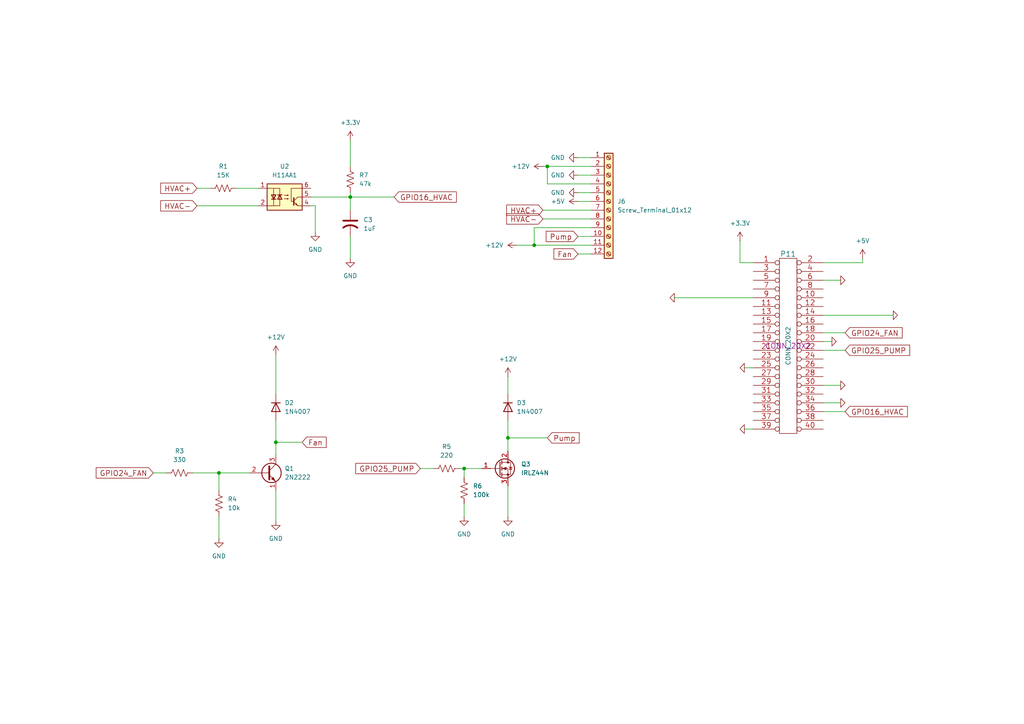
<source format=kicad_sch>
(kicad_sch
	(version 20250114)
	(generator "eeschema")
	(generator_version "9.0")
	(uuid "304ead82-899a-49d3-abf3-8eea7280046f")
	(paper "A4")
	(lib_symbols
		(symbol "CONN_20X2_2"
			(pin_names
				(offset 0.254)
				(hide yes)
			)
			(exclude_from_sim no)
			(in_bom yes)
			(on_board yes)
			(property "Reference" "P"
				(at 0 26.67 0)
				(effects
					(font
						(size 1.524 1.524)
					)
				)
			)
			(property "Value" "CONN_20X2"
				(at 0 0 90)
				(effects
					(font
						(size 1.27 1.27)
					)
				)
			)
			(property "Footprint" ""
				(at 0 0 0)
				(effects
					(font
						(size 1.524 1.524)
					)
				)
			)
			(property "Datasheet" ""
				(at 0 0 0)
				(effects
					(font
						(size 1.524 1.524)
					)
				)
			)
			(property "Description" ""
				(at 0 0 0)
				(effects
					(font
						(size 1.27 1.27)
					)
					(hide yes)
				)
			)
			(property "Field5" ""
				(at 0 0 0)
				(effects
					(font
						(size 1.27 1.27)
					)
					(hide yes)
				)
			)
			(symbol "CONN_20X2_2_0_1"
				(rectangle
					(start -2.54 25.4)
					(end 2.54 -25.4)
					(stroke
						(width 0)
						(type solid)
					)
					(fill
						(type none)
					)
				)
			)
			(symbol "CONN_20X2_2_1_1"
				(pin passive inverted
					(at -10.16 24.13 0)
					(length 7.62)
					(name "P1"
						(effects
							(font
								(size 0.762 0.762)
							)
						)
					)
					(number "1"
						(effects
							(font
								(size 1.524 1.524)
							)
						)
					)
				)
				(pin passive inverted
					(at -10.16 21.59 0)
					(length 7.62)
					(name "P3"
						(effects
							(font
								(size 0.762 0.762)
							)
						)
					)
					(number "3"
						(effects
							(font
								(size 1.524 1.524)
							)
						)
					)
				)
				(pin passive inverted
					(at -10.16 19.05 0)
					(length 7.62)
					(name "P5"
						(effects
							(font
								(size 0.762 0.762)
							)
						)
					)
					(number "5"
						(effects
							(font
								(size 1.524 1.524)
							)
						)
					)
				)
				(pin passive inverted
					(at -10.16 16.51 0)
					(length 7.62)
					(name "P7"
						(effects
							(font
								(size 0.762 0.762)
							)
						)
					)
					(number "7"
						(effects
							(font
								(size 1.524 1.524)
							)
						)
					)
				)
				(pin passive inverted
					(at -10.16 13.97 0)
					(length 7.62)
					(name "P9"
						(effects
							(font
								(size 0.762 0.762)
							)
						)
					)
					(number "9"
						(effects
							(font
								(size 1.524 1.524)
							)
						)
					)
				)
				(pin passive inverted
					(at -10.16 11.43 0)
					(length 7.62)
					(name "P11"
						(effects
							(font
								(size 0.762 0.762)
							)
						)
					)
					(number "11"
						(effects
							(font
								(size 1.524 1.524)
							)
						)
					)
				)
				(pin passive inverted
					(at -10.16 8.89 0)
					(length 7.62)
					(name "P13"
						(effects
							(font
								(size 0.762 0.762)
							)
						)
					)
					(number "13"
						(effects
							(font
								(size 1.524 1.524)
							)
						)
					)
				)
				(pin passive inverted
					(at -10.16 6.35 0)
					(length 7.62)
					(name "P15"
						(effects
							(font
								(size 0.762 0.762)
							)
						)
					)
					(number "15"
						(effects
							(font
								(size 1.524 1.524)
							)
						)
					)
				)
				(pin passive inverted
					(at -10.16 3.81 0)
					(length 7.62)
					(name "P17"
						(effects
							(font
								(size 0.762 0.762)
							)
						)
					)
					(number "17"
						(effects
							(font
								(size 1.524 1.524)
							)
						)
					)
				)
				(pin passive inverted
					(at -10.16 1.27 0)
					(length 7.62)
					(name "P19"
						(effects
							(font
								(size 0.762 0.762)
							)
						)
					)
					(number "19"
						(effects
							(font
								(size 1.524 1.524)
							)
						)
					)
				)
				(pin passive inverted
					(at -10.16 -1.27 0)
					(length 7.62)
					(name "P21"
						(effects
							(font
								(size 0.762 0.762)
							)
						)
					)
					(number "21"
						(effects
							(font
								(size 1.524 1.524)
							)
						)
					)
				)
				(pin passive inverted
					(at -10.16 -3.81 0)
					(length 7.62)
					(name "P23"
						(effects
							(font
								(size 0.762 0.762)
							)
						)
					)
					(number "23"
						(effects
							(font
								(size 1.524 1.524)
							)
						)
					)
				)
				(pin passive inverted
					(at -10.16 -6.35 0)
					(length 7.62)
					(name "~"
						(effects
							(font
								(size 0.762 0.762)
							)
						)
					)
					(number "25"
						(effects
							(font
								(size 1.524 1.524)
							)
						)
					)
				)
				(pin passive inverted
					(at -10.16 -8.89 0)
					(length 7.62)
					(name "P27"
						(effects
							(font
								(size 0.762 0.762)
							)
						)
					)
					(number "27"
						(effects
							(font
								(size 1.524 1.524)
							)
						)
					)
				)
				(pin passive inverted
					(at -10.16 -11.43 0)
					(length 7.62)
					(name "P29"
						(effects
							(font
								(size 0.762 0.762)
							)
						)
					)
					(number "29"
						(effects
							(font
								(size 1.524 1.524)
							)
						)
					)
				)
				(pin passive inverted
					(at -10.16 -13.97 0)
					(length 7.62)
					(name "P31"
						(effects
							(font
								(size 0.762 0.762)
							)
						)
					)
					(number "31"
						(effects
							(font
								(size 1.524 1.524)
							)
						)
					)
				)
				(pin passive inverted
					(at -10.16 -16.51 0)
					(length 7.62)
					(name "P33"
						(effects
							(font
								(size 0.762 0.762)
							)
						)
					)
					(number "33"
						(effects
							(font
								(size 1.524 1.524)
							)
						)
					)
				)
				(pin passive inverted
					(at -10.16 -19.05 0)
					(length 7.62)
					(name "P35"
						(effects
							(font
								(size 0.762 0.762)
							)
						)
					)
					(number "35"
						(effects
							(font
								(size 1.524 1.524)
							)
						)
					)
				)
				(pin passive inverted
					(at -10.16 -21.59 0)
					(length 7.62)
					(name "P37"
						(effects
							(font
								(size 0.762 0.762)
							)
						)
					)
					(number "37"
						(effects
							(font
								(size 1.524 1.524)
							)
						)
					)
				)
				(pin passive inverted
					(at -10.16 -24.13 0)
					(length 7.62)
					(name "P39"
						(effects
							(font
								(size 0.762 0.762)
							)
						)
					)
					(number "39"
						(effects
							(font
								(size 1.524 1.524)
							)
						)
					)
				)
				(pin passive inverted
					(at 10.16 24.13 180)
					(length 7.62)
					(name "P2"
						(effects
							(font
								(size 0.762 0.762)
							)
						)
					)
					(number "2"
						(effects
							(font
								(size 1.524 1.524)
							)
						)
					)
				)
				(pin passive inverted
					(at 10.16 21.59 180)
					(length 7.62)
					(name "P4"
						(effects
							(font
								(size 0.762 0.762)
							)
						)
					)
					(number "4"
						(effects
							(font
								(size 1.524 1.524)
							)
						)
					)
				)
				(pin passive inverted
					(at 10.16 19.05 180)
					(length 7.62)
					(name "P6"
						(effects
							(font
								(size 0.762 0.762)
							)
						)
					)
					(number "6"
						(effects
							(font
								(size 1.524 1.524)
							)
						)
					)
				)
				(pin passive inverted
					(at 10.16 16.51 180)
					(length 7.62)
					(name "P8"
						(effects
							(font
								(size 0.762 0.762)
							)
						)
					)
					(number "8"
						(effects
							(font
								(size 1.524 1.524)
							)
						)
					)
				)
				(pin passive inverted
					(at 10.16 13.97 180)
					(length 7.62)
					(name "P10"
						(effects
							(font
								(size 0.762 0.762)
							)
						)
					)
					(number "10"
						(effects
							(font
								(size 1.524 1.524)
							)
						)
					)
				)
				(pin passive inverted
					(at 10.16 11.43 180)
					(length 7.62)
					(name "P12"
						(effects
							(font
								(size 0.762 0.762)
							)
						)
					)
					(number "12"
						(effects
							(font
								(size 1.524 1.524)
							)
						)
					)
				)
				(pin passive inverted
					(at 10.16 8.89 180)
					(length 7.62)
					(name "P14"
						(effects
							(font
								(size 0.762 0.762)
							)
						)
					)
					(number "14"
						(effects
							(font
								(size 1.524 1.524)
							)
						)
					)
				)
				(pin passive inverted
					(at 10.16 6.35 180)
					(length 7.62)
					(name "P16"
						(effects
							(font
								(size 0.762 0.762)
							)
						)
					)
					(number "16"
						(effects
							(font
								(size 1.524 1.524)
							)
						)
					)
				)
				(pin passive inverted
					(at 10.16 3.81 180)
					(length 7.62)
					(name "P18"
						(effects
							(font
								(size 0.762 0.762)
							)
						)
					)
					(number "18"
						(effects
							(font
								(size 1.524 1.524)
							)
						)
					)
				)
				(pin passive inverted
					(at 10.16 1.27 180)
					(length 7.62)
					(name "P20"
						(effects
							(font
								(size 0.762 0.762)
							)
						)
					)
					(number "20"
						(effects
							(font
								(size 1.524 1.524)
							)
						)
					)
				)
				(pin passive inverted
					(at 10.16 -1.27 180)
					(length 7.62)
					(name "P22"
						(effects
							(font
								(size 0.762 0.762)
							)
						)
					)
					(number "22"
						(effects
							(font
								(size 1.524 1.524)
							)
						)
					)
				)
				(pin passive inverted
					(at 10.16 -3.81 180)
					(length 7.62)
					(name "P24"
						(effects
							(font
								(size 0.762 0.762)
							)
						)
					)
					(number "24"
						(effects
							(font
								(size 1.524 1.524)
							)
						)
					)
				)
				(pin passive inverted
					(at 10.16 -6.35 180)
					(length 7.62)
					(name "P26"
						(effects
							(font
								(size 0.762 0.762)
							)
						)
					)
					(number "26"
						(effects
							(font
								(size 1.524 1.524)
							)
						)
					)
				)
				(pin passive inverted
					(at 10.16 -8.89 180)
					(length 7.62)
					(name "P28"
						(effects
							(font
								(size 0.762 0.762)
							)
						)
					)
					(number "28"
						(effects
							(font
								(size 1.524 1.524)
							)
						)
					)
				)
				(pin passive inverted
					(at 10.16 -11.43 180)
					(length 7.62)
					(name "P30"
						(effects
							(font
								(size 0.762 0.762)
							)
						)
					)
					(number "30"
						(effects
							(font
								(size 1.524 1.524)
							)
						)
					)
				)
				(pin passive inverted
					(at 10.16 -13.97 180)
					(length 7.62)
					(name "P32"
						(effects
							(font
								(size 0.762 0.762)
							)
						)
					)
					(number "32"
						(effects
							(font
								(size 1.524 1.524)
							)
						)
					)
				)
				(pin passive inverted
					(at 10.16 -16.51 180)
					(length 7.62)
					(name "P34"
						(effects
							(font
								(size 0.762 0.762)
							)
						)
					)
					(number "34"
						(effects
							(font
								(size 1.524 1.524)
							)
						)
					)
				)
				(pin passive inverted
					(at 10.16 -19.05 180)
					(length 7.62)
					(name "P36"
						(effects
							(font
								(size 0.762 0.762)
							)
						)
					)
					(number "36"
						(effects
							(font
								(size 1.524 1.524)
							)
						)
					)
				)
				(pin passive inverted
					(at 10.16 -21.59 180)
					(length 7.62)
					(name "P38"
						(effects
							(font
								(size 0.762 0.762)
							)
						)
					)
					(number "38"
						(effects
							(font
								(size 1.524 1.524)
							)
						)
					)
				)
				(pin passive inverted
					(at 10.16 -24.13 180)
					(length 7.62)
					(name "P40"
						(effects
							(font
								(size 0.762 0.762)
							)
						)
					)
					(number "40"
						(effects
							(font
								(size 1.524 1.524)
							)
						)
					)
				)
			)
			(embedded_fonts no)
		)
		(symbol "Connector:Screw_Terminal_01x12"
			(pin_names
				(offset 1.016)
				(hide yes)
			)
			(exclude_from_sim no)
			(in_bom yes)
			(on_board yes)
			(property "Reference" "J"
				(at 0 15.24 0)
				(effects
					(font
						(size 1.27 1.27)
					)
				)
			)
			(property "Value" "Screw_Terminal_01x12"
				(at 0 -17.78 0)
				(effects
					(font
						(size 1.27 1.27)
					)
				)
			)
			(property "Footprint" ""
				(at 0 0 0)
				(effects
					(font
						(size 1.27 1.27)
					)
					(hide yes)
				)
			)
			(property "Datasheet" "~"
				(at 0 0 0)
				(effects
					(font
						(size 1.27 1.27)
					)
					(hide yes)
				)
			)
			(property "Description" "Generic screw terminal, single row, 01x12, script generated (kicad-library-utils/schlib/autogen/connector/)"
				(at 0 0 0)
				(effects
					(font
						(size 1.27 1.27)
					)
					(hide yes)
				)
			)
			(property "ki_keywords" "screw terminal"
				(at 0 0 0)
				(effects
					(font
						(size 1.27 1.27)
					)
					(hide yes)
				)
			)
			(property "ki_fp_filters" "TerminalBlock*:*"
				(at 0 0 0)
				(effects
					(font
						(size 1.27 1.27)
					)
					(hide yes)
				)
			)
			(symbol "Screw_Terminal_01x12_1_1"
				(rectangle
					(start -1.27 13.97)
					(end 1.27 -16.51)
					(stroke
						(width 0.254)
						(type default)
					)
					(fill
						(type background)
					)
				)
				(polyline
					(pts
						(xy -0.5334 13.0302) (xy 0.3302 12.192)
					)
					(stroke
						(width 0.1524)
						(type default)
					)
					(fill
						(type none)
					)
				)
				(polyline
					(pts
						(xy -0.5334 10.4902) (xy 0.3302 9.652)
					)
					(stroke
						(width 0.1524)
						(type default)
					)
					(fill
						(type none)
					)
				)
				(polyline
					(pts
						(xy -0.5334 7.9502) (xy 0.3302 7.112)
					)
					(stroke
						(width 0.1524)
						(type default)
					)
					(fill
						(type none)
					)
				)
				(polyline
					(pts
						(xy -0.5334 5.4102) (xy 0.3302 4.572)
					)
					(stroke
						(width 0.1524)
						(type default)
					)
					(fill
						(type none)
					)
				)
				(polyline
					(pts
						(xy -0.5334 2.8702) (xy 0.3302 2.032)
					)
					(stroke
						(width 0.1524)
						(type default)
					)
					(fill
						(type none)
					)
				)
				(polyline
					(pts
						(xy -0.5334 0.3302) (xy 0.3302 -0.508)
					)
					(stroke
						(width 0.1524)
						(type default)
					)
					(fill
						(type none)
					)
				)
				(polyline
					(pts
						(xy -0.5334 -2.2098) (xy 0.3302 -3.048)
					)
					(stroke
						(width 0.1524)
						(type default)
					)
					(fill
						(type none)
					)
				)
				(polyline
					(pts
						(xy -0.5334 -4.7498) (xy 0.3302 -5.588)
					)
					(stroke
						(width 0.1524)
						(type default)
					)
					(fill
						(type none)
					)
				)
				(polyline
					(pts
						(xy -0.5334 -7.2898) (xy 0.3302 -8.128)
					)
					(stroke
						(width 0.1524)
						(type default)
					)
					(fill
						(type none)
					)
				)
				(polyline
					(pts
						(xy -0.5334 -9.8298) (xy 0.3302 -10.668)
					)
					(stroke
						(width 0.1524)
						(type default)
					)
					(fill
						(type none)
					)
				)
				(polyline
					(pts
						(xy -0.5334 -12.3698) (xy 0.3302 -13.208)
					)
					(stroke
						(width 0.1524)
						(type default)
					)
					(fill
						(type none)
					)
				)
				(polyline
					(pts
						(xy -0.5334 -14.9098) (xy 0.3302 -15.748)
					)
					(stroke
						(width 0.1524)
						(type default)
					)
					(fill
						(type none)
					)
				)
				(polyline
					(pts
						(xy -0.3556 13.208) (xy 0.508 12.3698)
					)
					(stroke
						(width 0.1524)
						(type default)
					)
					(fill
						(type none)
					)
				)
				(polyline
					(pts
						(xy -0.3556 10.668) (xy 0.508 9.8298)
					)
					(stroke
						(width 0.1524)
						(type default)
					)
					(fill
						(type none)
					)
				)
				(polyline
					(pts
						(xy -0.3556 8.128) (xy 0.508 7.2898)
					)
					(stroke
						(width 0.1524)
						(type default)
					)
					(fill
						(type none)
					)
				)
				(polyline
					(pts
						(xy -0.3556 5.588) (xy 0.508 4.7498)
					)
					(stroke
						(width 0.1524)
						(type default)
					)
					(fill
						(type none)
					)
				)
				(polyline
					(pts
						(xy -0.3556 3.048) (xy 0.508 2.2098)
					)
					(stroke
						(width 0.1524)
						(type default)
					)
					(fill
						(type none)
					)
				)
				(polyline
					(pts
						(xy -0.3556 0.508) (xy 0.508 -0.3302)
					)
					(stroke
						(width 0.1524)
						(type default)
					)
					(fill
						(type none)
					)
				)
				(polyline
					(pts
						(xy -0.3556 -2.032) (xy 0.508 -2.8702)
					)
					(stroke
						(width 0.1524)
						(type default)
					)
					(fill
						(type none)
					)
				)
				(polyline
					(pts
						(xy -0.3556 -4.572) (xy 0.508 -5.4102)
					)
					(stroke
						(width 0.1524)
						(type default)
					)
					(fill
						(type none)
					)
				)
				(polyline
					(pts
						(xy -0.3556 -7.112) (xy 0.508 -7.9502)
					)
					(stroke
						(width 0.1524)
						(type default)
					)
					(fill
						(type none)
					)
				)
				(polyline
					(pts
						(xy -0.3556 -9.652) (xy 0.508 -10.4902)
					)
					(stroke
						(width 0.1524)
						(type default)
					)
					(fill
						(type none)
					)
				)
				(polyline
					(pts
						(xy -0.3556 -12.192) (xy 0.508 -13.0302)
					)
					(stroke
						(width 0.1524)
						(type default)
					)
					(fill
						(type none)
					)
				)
				(polyline
					(pts
						(xy -0.3556 -14.732) (xy 0.508 -15.5702)
					)
					(stroke
						(width 0.1524)
						(type default)
					)
					(fill
						(type none)
					)
				)
				(circle
					(center 0 12.7)
					(radius 0.635)
					(stroke
						(width 0.1524)
						(type default)
					)
					(fill
						(type none)
					)
				)
				(circle
					(center 0 10.16)
					(radius 0.635)
					(stroke
						(width 0.1524)
						(type default)
					)
					(fill
						(type none)
					)
				)
				(circle
					(center 0 7.62)
					(radius 0.635)
					(stroke
						(width 0.1524)
						(type default)
					)
					(fill
						(type none)
					)
				)
				(circle
					(center 0 5.08)
					(radius 0.635)
					(stroke
						(width 0.1524)
						(type default)
					)
					(fill
						(type none)
					)
				)
				(circle
					(center 0 2.54)
					(radius 0.635)
					(stroke
						(width 0.1524)
						(type default)
					)
					(fill
						(type none)
					)
				)
				(circle
					(center 0 0)
					(radius 0.635)
					(stroke
						(width 0.1524)
						(type default)
					)
					(fill
						(type none)
					)
				)
				(circle
					(center 0 -2.54)
					(radius 0.635)
					(stroke
						(width 0.1524)
						(type default)
					)
					(fill
						(type none)
					)
				)
				(circle
					(center 0 -5.08)
					(radius 0.635)
					(stroke
						(width 0.1524)
						(type default)
					)
					(fill
						(type none)
					)
				)
				(circle
					(center 0 -7.62)
					(radius 0.635)
					(stroke
						(width 0.1524)
						(type default)
					)
					(fill
						(type none)
					)
				)
				(circle
					(center 0 -10.16)
					(radius 0.635)
					(stroke
						(width 0.1524)
						(type default)
					)
					(fill
						(type none)
					)
				)
				(circle
					(center 0 -12.7)
					(radius 0.635)
					(stroke
						(width 0.1524)
						(type default)
					)
					(fill
						(type none)
					)
				)
				(circle
					(center 0 -15.24)
					(radius 0.635)
					(stroke
						(width 0.1524)
						(type default)
					)
					(fill
						(type none)
					)
				)
				(pin passive line
					(at -5.08 12.7 0)
					(length 3.81)
					(name "Pin_1"
						(effects
							(font
								(size 1.27 1.27)
							)
						)
					)
					(number "1"
						(effects
							(font
								(size 1.27 1.27)
							)
						)
					)
				)
				(pin passive line
					(at -5.08 10.16 0)
					(length 3.81)
					(name "Pin_2"
						(effects
							(font
								(size 1.27 1.27)
							)
						)
					)
					(number "2"
						(effects
							(font
								(size 1.27 1.27)
							)
						)
					)
				)
				(pin passive line
					(at -5.08 7.62 0)
					(length 3.81)
					(name "Pin_3"
						(effects
							(font
								(size 1.27 1.27)
							)
						)
					)
					(number "3"
						(effects
							(font
								(size 1.27 1.27)
							)
						)
					)
				)
				(pin passive line
					(at -5.08 5.08 0)
					(length 3.81)
					(name "Pin_4"
						(effects
							(font
								(size 1.27 1.27)
							)
						)
					)
					(number "4"
						(effects
							(font
								(size 1.27 1.27)
							)
						)
					)
				)
				(pin passive line
					(at -5.08 2.54 0)
					(length 3.81)
					(name "Pin_5"
						(effects
							(font
								(size 1.27 1.27)
							)
						)
					)
					(number "5"
						(effects
							(font
								(size 1.27 1.27)
							)
						)
					)
				)
				(pin passive line
					(at -5.08 0 0)
					(length 3.81)
					(name "Pin_6"
						(effects
							(font
								(size 1.27 1.27)
							)
						)
					)
					(number "6"
						(effects
							(font
								(size 1.27 1.27)
							)
						)
					)
				)
				(pin passive line
					(at -5.08 -2.54 0)
					(length 3.81)
					(name "Pin_7"
						(effects
							(font
								(size 1.27 1.27)
							)
						)
					)
					(number "7"
						(effects
							(font
								(size 1.27 1.27)
							)
						)
					)
				)
				(pin passive line
					(at -5.08 -5.08 0)
					(length 3.81)
					(name "Pin_8"
						(effects
							(font
								(size 1.27 1.27)
							)
						)
					)
					(number "8"
						(effects
							(font
								(size 1.27 1.27)
							)
						)
					)
				)
				(pin passive line
					(at -5.08 -7.62 0)
					(length 3.81)
					(name "Pin_9"
						(effects
							(font
								(size 1.27 1.27)
							)
						)
					)
					(number "9"
						(effects
							(font
								(size 1.27 1.27)
							)
						)
					)
				)
				(pin passive line
					(at -5.08 -10.16 0)
					(length 3.81)
					(name "Pin_10"
						(effects
							(font
								(size 1.27 1.27)
							)
						)
					)
					(number "10"
						(effects
							(font
								(size 1.27 1.27)
							)
						)
					)
				)
				(pin passive line
					(at -5.08 -12.7 0)
					(length 3.81)
					(name "Pin_11"
						(effects
							(font
								(size 1.27 1.27)
							)
						)
					)
					(number "11"
						(effects
							(font
								(size 1.27 1.27)
							)
						)
					)
				)
				(pin passive line
					(at -5.08 -15.24 0)
					(length 3.81)
					(name "Pin_12"
						(effects
							(font
								(size 1.27 1.27)
							)
						)
					)
					(number "12"
						(effects
							(font
								(size 1.27 1.27)
							)
						)
					)
				)
			)
			(embedded_fonts no)
		)
		(symbol "Device:C_US"
			(pin_numbers
				(hide yes)
			)
			(pin_names
				(offset 0.254)
				(hide yes)
			)
			(exclude_from_sim no)
			(in_bom yes)
			(on_board yes)
			(property "Reference" "C"
				(at 0.635 2.54 0)
				(effects
					(font
						(size 1.27 1.27)
					)
					(justify left)
				)
			)
			(property "Value" "C_US"
				(at 0.635 -2.54 0)
				(effects
					(font
						(size 1.27 1.27)
					)
					(justify left)
				)
			)
			(property "Footprint" ""
				(at 0 0 0)
				(effects
					(font
						(size 1.27 1.27)
					)
					(hide yes)
				)
			)
			(property "Datasheet" ""
				(at 0 0 0)
				(effects
					(font
						(size 1.27 1.27)
					)
					(hide yes)
				)
			)
			(property "Description" "capacitor, US symbol"
				(at 0 0 0)
				(effects
					(font
						(size 1.27 1.27)
					)
					(hide yes)
				)
			)
			(property "ki_keywords" "cap capacitor"
				(at 0 0 0)
				(effects
					(font
						(size 1.27 1.27)
					)
					(hide yes)
				)
			)
			(property "ki_fp_filters" "C_*"
				(at 0 0 0)
				(effects
					(font
						(size 1.27 1.27)
					)
					(hide yes)
				)
			)
			(symbol "C_US_0_1"
				(polyline
					(pts
						(xy -2.032 0.762) (xy 2.032 0.762)
					)
					(stroke
						(width 0.508)
						(type default)
					)
					(fill
						(type none)
					)
				)
				(arc
					(start -2.032 -1.27)
					(mid 0 -0.5572)
					(end 2.032 -1.27)
					(stroke
						(width 0.508)
						(type default)
					)
					(fill
						(type none)
					)
				)
			)
			(symbol "C_US_1_1"
				(pin passive line
					(at 0 3.81 270)
					(length 2.794)
					(name "~"
						(effects
							(font
								(size 1.27 1.27)
							)
						)
					)
					(number "1"
						(effects
							(font
								(size 1.27 1.27)
							)
						)
					)
				)
				(pin passive line
					(at 0 -3.81 90)
					(length 3.302)
					(name "~"
						(effects
							(font
								(size 1.27 1.27)
							)
						)
					)
					(number "2"
						(effects
							(font
								(size 1.27 1.27)
							)
						)
					)
				)
			)
			(embedded_fonts no)
		)
		(symbol "Device:R_US"
			(pin_numbers
				(hide yes)
			)
			(pin_names
				(offset 0)
			)
			(exclude_from_sim no)
			(in_bom yes)
			(on_board yes)
			(property "Reference" "R"
				(at 2.54 0 90)
				(effects
					(font
						(size 1.27 1.27)
					)
				)
			)
			(property "Value" "R_US"
				(at -2.54 0 90)
				(effects
					(font
						(size 1.27 1.27)
					)
				)
			)
			(property "Footprint" ""
				(at 1.016 -0.254 90)
				(effects
					(font
						(size 1.27 1.27)
					)
					(hide yes)
				)
			)
			(property "Datasheet" "~"
				(at 0 0 0)
				(effects
					(font
						(size 1.27 1.27)
					)
					(hide yes)
				)
			)
			(property "Description" "Resistor, US symbol"
				(at 0 0 0)
				(effects
					(font
						(size 1.27 1.27)
					)
					(hide yes)
				)
			)
			(property "ki_keywords" "R res resistor"
				(at 0 0 0)
				(effects
					(font
						(size 1.27 1.27)
					)
					(hide yes)
				)
			)
			(property "ki_fp_filters" "R_*"
				(at 0 0 0)
				(effects
					(font
						(size 1.27 1.27)
					)
					(hide yes)
				)
			)
			(symbol "R_US_0_1"
				(polyline
					(pts
						(xy 0 2.286) (xy 0 2.54)
					)
					(stroke
						(width 0)
						(type default)
					)
					(fill
						(type none)
					)
				)
				(polyline
					(pts
						(xy 0 2.286) (xy 1.016 1.905) (xy 0 1.524) (xy -1.016 1.143) (xy 0 0.762)
					)
					(stroke
						(width 0)
						(type default)
					)
					(fill
						(type none)
					)
				)
				(polyline
					(pts
						(xy 0 0.762) (xy 1.016 0.381) (xy 0 0) (xy -1.016 -0.381) (xy 0 -0.762)
					)
					(stroke
						(width 0)
						(type default)
					)
					(fill
						(type none)
					)
				)
				(polyline
					(pts
						(xy 0 -0.762) (xy 1.016 -1.143) (xy 0 -1.524) (xy -1.016 -1.905) (xy 0 -2.286)
					)
					(stroke
						(width 0)
						(type default)
					)
					(fill
						(type none)
					)
				)
				(polyline
					(pts
						(xy 0 -2.286) (xy 0 -2.54)
					)
					(stroke
						(width 0)
						(type default)
					)
					(fill
						(type none)
					)
				)
			)
			(symbol "R_US_1_1"
				(pin passive line
					(at 0 3.81 270)
					(length 1.27)
					(name "~"
						(effects
							(font
								(size 1.27 1.27)
							)
						)
					)
					(number "1"
						(effects
							(font
								(size 1.27 1.27)
							)
						)
					)
				)
				(pin passive line
					(at 0 -3.81 90)
					(length 1.27)
					(name "~"
						(effects
							(font
								(size 1.27 1.27)
							)
						)
					)
					(number "2"
						(effects
							(font
								(size 1.27 1.27)
							)
						)
					)
				)
			)
			(embedded_fonts no)
		)
		(symbol "Diode:1N4007"
			(pin_numbers
				(hide yes)
			)
			(pin_names
				(hide yes)
			)
			(exclude_from_sim no)
			(in_bom yes)
			(on_board yes)
			(property "Reference" "D"
				(at 0 2.54 0)
				(effects
					(font
						(size 1.27 1.27)
					)
				)
			)
			(property "Value" "1N4007"
				(at 0 -2.54 0)
				(effects
					(font
						(size 1.27 1.27)
					)
				)
			)
			(property "Footprint" "Diode_THT:D_DO-41_SOD81_P10.16mm_Horizontal"
				(at 0 -4.445 0)
				(effects
					(font
						(size 1.27 1.27)
					)
					(hide yes)
				)
			)
			(property "Datasheet" "http://www.vishay.com/docs/88503/1n4001.pdf"
				(at 0 0 0)
				(effects
					(font
						(size 1.27 1.27)
					)
					(hide yes)
				)
			)
			(property "Description" "1000V 1A General Purpose Rectifier Diode, DO-41"
				(at 0 0 0)
				(effects
					(font
						(size 1.27 1.27)
					)
					(hide yes)
				)
			)
			(property "Sim.Device" "D"
				(at 0 0 0)
				(effects
					(font
						(size 1.27 1.27)
					)
					(hide yes)
				)
			)
			(property "Sim.Pins" "1=K 2=A"
				(at 0 0 0)
				(effects
					(font
						(size 1.27 1.27)
					)
					(hide yes)
				)
			)
			(property "ki_keywords" "diode"
				(at 0 0 0)
				(effects
					(font
						(size 1.27 1.27)
					)
					(hide yes)
				)
			)
			(property "ki_fp_filters" "D*DO?41*"
				(at 0 0 0)
				(effects
					(font
						(size 1.27 1.27)
					)
					(hide yes)
				)
			)
			(symbol "1N4007_0_1"
				(polyline
					(pts
						(xy -1.27 1.27) (xy -1.27 -1.27)
					)
					(stroke
						(width 0.254)
						(type default)
					)
					(fill
						(type none)
					)
				)
				(polyline
					(pts
						(xy 1.27 1.27) (xy 1.27 -1.27) (xy -1.27 0) (xy 1.27 1.27)
					)
					(stroke
						(width 0.254)
						(type default)
					)
					(fill
						(type none)
					)
				)
				(polyline
					(pts
						(xy 1.27 0) (xy -1.27 0)
					)
					(stroke
						(width 0)
						(type default)
					)
					(fill
						(type none)
					)
				)
			)
			(symbol "1N4007_1_1"
				(pin passive line
					(at -3.81 0 0)
					(length 2.54)
					(name "K"
						(effects
							(font
								(size 1.27 1.27)
							)
						)
					)
					(number "1"
						(effects
							(font
								(size 1.27 1.27)
							)
						)
					)
				)
				(pin passive line
					(at 3.81 0 180)
					(length 2.54)
					(name "A"
						(effects
							(font
								(size 1.27 1.27)
							)
						)
					)
					(number "2"
						(effects
							(font
								(size 1.27 1.27)
							)
						)
					)
				)
			)
			(embedded_fonts no)
		)
		(symbol "GND_17"
			(power)
			(pin_names
				(offset 0)
			)
			(exclude_from_sim no)
			(in_bom yes)
			(on_board yes)
			(property "Reference" "#PWR"
				(at 0 0 0)
				(effects
					(font
						(size 0.762 0.762)
					)
					(hide yes)
				)
			)
			(property "Value" "GND"
				(at 0 -1.778 0)
				(effects
					(font
						(size 0.762 0.762)
					)
					(hide yes)
				)
			)
			(property "Footprint" ""
				(at 0 0 0)
				(effects
					(font
						(size 1.524 1.524)
					)
				)
			)
			(property "Datasheet" ""
				(at 0 0 0)
				(effects
					(font
						(size 1.524 1.524)
					)
				)
			)
			(property "Description" ""
				(at 0 0 0)
				(effects
					(font
						(size 1.27 1.27)
					)
					(hide yes)
				)
			)
			(property "Field5" ""
				(at 0 0 0)
				(effects
					(font
						(size 1.27 1.27)
					)
					(hide yes)
				)
			)
			(symbol "GND_17_0_1"
				(polyline
					(pts
						(xy -1.27 0) (xy 0 -1.27) (xy 1.27 0) (xy -1.27 0)
					)
					(stroke
						(width 0)
						(type solid)
					)
					(fill
						(type none)
					)
				)
			)
			(symbol "GND_17_1_1"
				(pin power_in line
					(at 0 0 90)
					(length 0)
					(hide yes)
					(name "GND"
						(effects
							(font
								(size 0.762 0.762)
							)
						)
					)
					(number "1"
						(effects
							(font
								(size 0.762 0.762)
							)
						)
					)
				)
			)
			(embedded_fonts no)
		)
		(symbol "GND_18"
			(power)
			(pin_names
				(offset 0)
			)
			(exclude_from_sim no)
			(in_bom yes)
			(on_board yes)
			(property "Reference" "#PWR"
				(at 0 0 0)
				(effects
					(font
						(size 0.762 0.762)
					)
					(hide yes)
				)
			)
			(property "Value" "GND"
				(at 0 -1.778 0)
				(effects
					(font
						(size 0.762 0.762)
					)
					(hide yes)
				)
			)
			(property "Footprint" ""
				(at 0 0 0)
				(effects
					(font
						(size 1.524 1.524)
					)
				)
			)
			(property "Datasheet" ""
				(at 0 0 0)
				(effects
					(font
						(size 1.524 1.524)
					)
				)
			)
			(property "Description" ""
				(at 0 0 0)
				(effects
					(font
						(size 1.27 1.27)
					)
					(hide yes)
				)
			)
			(property "Field5" ""
				(at 0 0 0)
				(effects
					(font
						(size 1.27 1.27)
					)
					(hide yes)
				)
			)
			(symbol "GND_18_0_1"
				(polyline
					(pts
						(xy -1.27 0) (xy 0 -1.27) (xy 1.27 0) (xy -1.27 0)
					)
					(stroke
						(width 0)
						(type solid)
					)
					(fill
						(type none)
					)
				)
			)
			(symbol "GND_18_1_1"
				(pin power_in line
					(at 0 0 90)
					(length 0)
					(hide yes)
					(name "GND"
						(effects
							(font
								(size 0.762 0.762)
							)
						)
					)
					(number "1"
						(effects
							(font
								(size 0.762 0.762)
							)
						)
					)
				)
			)
			(embedded_fonts no)
		)
		(symbol "GND_19"
			(power)
			(pin_names
				(offset 0)
			)
			(exclude_from_sim no)
			(in_bom yes)
			(on_board yes)
			(property "Reference" "#PWR"
				(at 0 0 0)
				(effects
					(font
						(size 0.762 0.762)
					)
					(hide yes)
				)
			)
			(property "Value" "GND"
				(at 0 -1.778 0)
				(effects
					(font
						(size 0.762 0.762)
					)
					(hide yes)
				)
			)
			(property "Footprint" ""
				(at 0 0 0)
				(effects
					(font
						(size 1.524 1.524)
					)
				)
			)
			(property "Datasheet" ""
				(at 0 0 0)
				(effects
					(font
						(size 1.524 1.524)
					)
				)
			)
			(property "Description" ""
				(at 0 0 0)
				(effects
					(font
						(size 1.27 1.27)
					)
					(hide yes)
				)
			)
			(property "Field5" ""
				(at 0 0 0)
				(effects
					(font
						(size 1.27 1.27)
					)
					(hide yes)
				)
			)
			(symbol "GND_19_0_1"
				(polyline
					(pts
						(xy -1.27 0) (xy 0 -1.27) (xy 1.27 0) (xy -1.27 0)
					)
					(stroke
						(width 0)
						(type solid)
					)
					(fill
						(type none)
					)
				)
			)
			(symbol "GND_19_1_1"
				(pin power_in line
					(at 0 0 90)
					(length 0)
					(hide yes)
					(name "GND"
						(effects
							(font
								(size 0.762 0.762)
							)
						)
					)
					(number "1"
						(effects
							(font
								(size 0.762 0.762)
							)
						)
					)
				)
			)
			(embedded_fonts no)
		)
		(symbol "GND_20"
			(power)
			(pin_names
				(offset 0)
			)
			(exclude_from_sim no)
			(in_bom yes)
			(on_board yes)
			(property "Reference" "#PWR"
				(at 0 0 0)
				(effects
					(font
						(size 0.762 0.762)
					)
					(hide yes)
				)
			)
			(property "Value" "GND"
				(at 0 -1.778 0)
				(effects
					(font
						(size 0.762 0.762)
					)
					(hide yes)
				)
			)
			(property "Footprint" ""
				(at 0 0 0)
				(effects
					(font
						(size 1.524 1.524)
					)
				)
			)
			(property "Datasheet" ""
				(at 0 0 0)
				(effects
					(font
						(size 1.524 1.524)
					)
				)
			)
			(property "Description" ""
				(at 0 0 0)
				(effects
					(font
						(size 1.27 1.27)
					)
					(hide yes)
				)
			)
			(property "Field5" ""
				(at 0 0 0)
				(effects
					(font
						(size 1.27 1.27)
					)
					(hide yes)
				)
			)
			(symbol "GND_20_0_1"
				(polyline
					(pts
						(xy -1.27 0) (xy 0 -1.27) (xy 1.27 0) (xy -1.27 0)
					)
					(stroke
						(width 0)
						(type solid)
					)
					(fill
						(type none)
					)
				)
			)
			(symbol "GND_20_1_1"
				(pin power_in line
					(at 0 0 90)
					(length 0)
					(hide yes)
					(name "GND"
						(effects
							(font
								(size 0.762 0.762)
							)
						)
					)
					(number "1"
						(effects
							(font
								(size 0.762 0.762)
							)
						)
					)
				)
			)
			(embedded_fonts no)
		)
		(symbol "GND_21"
			(power)
			(pin_names
				(offset 0)
			)
			(exclude_from_sim no)
			(in_bom yes)
			(on_board yes)
			(property "Reference" "#PWR"
				(at 0 0 0)
				(effects
					(font
						(size 0.762 0.762)
					)
					(hide yes)
				)
			)
			(property "Value" "GND"
				(at 0 -1.778 0)
				(effects
					(font
						(size 0.762 0.762)
					)
					(hide yes)
				)
			)
			(property "Footprint" ""
				(at 0 0 0)
				(effects
					(font
						(size 1.524 1.524)
					)
				)
			)
			(property "Datasheet" ""
				(at 0 0 0)
				(effects
					(font
						(size 1.524 1.524)
					)
				)
			)
			(property "Description" ""
				(at 0 0 0)
				(effects
					(font
						(size 1.27 1.27)
					)
					(hide yes)
				)
			)
			(property "Field5" ""
				(at 0 0 0)
				(effects
					(font
						(size 1.27 1.27)
					)
					(hide yes)
				)
			)
			(symbol "GND_21_0_1"
				(polyline
					(pts
						(xy -1.27 0) (xy 0 -1.27) (xy 1.27 0) (xy -1.27 0)
					)
					(stroke
						(width 0)
						(type solid)
					)
					(fill
						(type none)
					)
				)
			)
			(symbol "GND_21_1_1"
				(pin power_in line
					(at 0 0 90)
					(length 0)
					(hide yes)
					(name "GND"
						(effects
							(font
								(size 0.762 0.762)
							)
						)
					)
					(number "1"
						(effects
							(font
								(size 0.762 0.762)
							)
						)
					)
				)
			)
			(embedded_fonts no)
		)
		(symbol "GND_22"
			(power)
			(pin_names
				(offset 0)
			)
			(exclude_from_sim no)
			(in_bom yes)
			(on_board yes)
			(property "Reference" "#PWR"
				(at 0 0 0)
				(effects
					(font
						(size 0.762 0.762)
					)
					(hide yes)
				)
			)
			(property "Value" "GND"
				(at 0 -1.778 0)
				(effects
					(font
						(size 0.762 0.762)
					)
					(hide yes)
				)
			)
			(property "Footprint" ""
				(at 0 0 0)
				(effects
					(font
						(size 1.524 1.524)
					)
				)
			)
			(property "Datasheet" ""
				(at 0 0 0)
				(effects
					(font
						(size 1.524 1.524)
					)
				)
			)
			(property "Description" ""
				(at 0 0 0)
				(effects
					(font
						(size 1.27 1.27)
					)
					(hide yes)
				)
			)
			(property "Field5" ""
				(at 0 0 0)
				(effects
					(font
						(size 1.27 1.27)
					)
					(hide yes)
				)
			)
			(symbol "GND_22_0_1"
				(polyline
					(pts
						(xy -1.27 0) (xy 0 -1.27) (xy 1.27 0) (xy -1.27 0)
					)
					(stroke
						(width 0)
						(type solid)
					)
					(fill
						(type none)
					)
				)
			)
			(symbol "GND_22_1_1"
				(pin power_in line
					(at 0 0 90)
					(length 0)
					(hide yes)
					(name "GND"
						(effects
							(font
								(size 0.762 0.762)
							)
						)
					)
					(number "1"
						(effects
							(font
								(size 0.762 0.762)
							)
						)
					)
				)
			)
			(embedded_fonts no)
		)
		(symbol "GND_23"
			(power)
			(pin_names
				(offset 0)
			)
			(exclude_from_sim no)
			(in_bom yes)
			(on_board yes)
			(property "Reference" "#PWR"
				(at 0 0 0)
				(effects
					(font
						(size 0.762 0.762)
					)
					(hide yes)
				)
			)
			(property "Value" "GND"
				(at 0 -1.778 0)
				(effects
					(font
						(size 0.762 0.762)
					)
					(hide yes)
				)
			)
			(property "Footprint" ""
				(at 0 0 0)
				(effects
					(font
						(size 1.524 1.524)
					)
				)
			)
			(property "Datasheet" ""
				(at 0 0 0)
				(effects
					(font
						(size 1.524 1.524)
					)
				)
			)
			(property "Description" ""
				(at 0 0 0)
				(effects
					(font
						(size 1.27 1.27)
					)
					(hide yes)
				)
			)
			(property "Field5" ""
				(at 0 0 0)
				(effects
					(font
						(size 1.27 1.27)
					)
					(hide yes)
				)
			)
			(symbol "GND_23_0_1"
				(polyline
					(pts
						(xy -1.27 0) (xy 0 -1.27) (xy 1.27 0) (xy -1.27 0)
					)
					(stroke
						(width 0)
						(type solid)
					)
					(fill
						(type none)
					)
				)
			)
			(symbol "GND_23_1_1"
				(pin power_in line
					(at 0 0 90)
					(length 0)
					(hide yes)
					(name "GND"
						(effects
							(font
								(size 0.762 0.762)
							)
						)
					)
					(number "1"
						(effects
							(font
								(size 0.762 0.762)
							)
						)
					)
				)
			)
			(embedded_fonts no)
		)
		(symbol "GND_24"
			(power)
			(pin_names
				(offset 0)
			)
			(exclude_from_sim no)
			(in_bom yes)
			(on_board yes)
			(property "Reference" "#PWR"
				(at 0 0 0)
				(effects
					(font
						(size 0.762 0.762)
					)
					(hide yes)
				)
			)
			(property "Value" "GND"
				(at 0 -1.778 0)
				(effects
					(font
						(size 0.762 0.762)
					)
					(hide yes)
				)
			)
			(property "Footprint" ""
				(at 0 0 0)
				(effects
					(font
						(size 1.524 1.524)
					)
				)
			)
			(property "Datasheet" ""
				(at 0 0 0)
				(effects
					(font
						(size 1.524 1.524)
					)
				)
			)
			(property "Description" ""
				(at 0 0 0)
				(effects
					(font
						(size 1.27 1.27)
					)
					(hide yes)
				)
			)
			(property "Field5" ""
				(at 0 0 0)
				(effects
					(font
						(size 1.27 1.27)
					)
					(hide yes)
				)
			)
			(symbol "GND_24_0_1"
				(polyline
					(pts
						(xy -1.27 0) (xy 0 -1.27) (xy 1.27 0) (xy -1.27 0)
					)
					(stroke
						(width 0)
						(type solid)
					)
					(fill
						(type none)
					)
				)
			)
			(symbol "GND_24_1_1"
				(pin power_in line
					(at 0 0 90)
					(length 0)
					(hide yes)
					(name "GND"
						(effects
							(font
								(size 0.762 0.762)
							)
						)
					)
					(number "1"
						(effects
							(font
								(size 0.762 0.762)
							)
						)
					)
				)
			)
			(embedded_fonts no)
		)
		(symbol "Isolator:H11AA1"
			(exclude_from_sim no)
			(in_bom yes)
			(on_board yes)
			(property "Reference" "U"
				(at -5.334 4.953 0)
				(effects
					(font
						(size 1.27 1.27)
					)
					(justify left)
				)
			)
			(property "Value" "H11AA1"
				(at 0.635 4.953 0)
				(effects
					(font
						(size 1.27 1.27)
					)
					(justify left)
				)
			)
			(property "Footprint" "Package_DIP:DIP-6_W7.62mm"
				(at -12.446 -4.953 0)
				(effects
					(font
						(size 1.27 1.27)
						(italic yes)
					)
					(justify left)
					(hide yes)
				)
			)
			(property "Datasheet" "https://www.vishay.com/docs/83608/h11aa1.pdf"
				(at 19.304 16.002 0)
				(effects
					(font
						(size 1.27 1.27)
					)
					(justify left)
					(hide yes)
				)
			)
			(property "Description" "AC/DC NPN Optocoupler, DIP-6"
				(at 0 0 0)
				(effects
					(font
						(size 1.27 1.27)
					)
					(hide yes)
				)
			)
			(property "ki_keywords" "NPN AC DC Optocoupler"
				(at 0 0 0)
				(effects
					(font
						(size 1.27 1.27)
					)
					(hide yes)
				)
			)
			(property "ki_fp_filters" "DIP*W7.62mm*"
				(at 0 0 0)
				(effects
					(font
						(size 1.27 1.27)
					)
					(hide yes)
				)
			)
			(symbol "H11AA1_0_1"
				(polyline
					(pts
						(xy -2.032 0.635) (xy -0.762 0.635)
					)
					(stroke
						(width 0.254)
						(type default)
					)
					(fill
						(type none)
					)
				)
				(polyline
					(pts
						(xy -1.397 2.54) (xy -3.175 2.54)
					)
					(stroke
						(width 0.1524)
						(type default)
					)
					(fill
						(type none)
					)
				)
				(polyline
					(pts
						(xy -1.397 0.635) (xy -1.397 2.54)
					)
					(stroke
						(width 0)
						(type default)
					)
					(fill
						(type none)
					)
				)
				(polyline
					(pts
						(xy -1.397 0.635) (xy -1.397 -0.635)
					)
					(stroke
						(width 0)
						(type default)
					)
					(fill
						(type none)
					)
				)
				(polyline
					(pts
						(xy -1.397 0.635) (xy -2.032 -0.635) (xy -0.762 -0.635) (xy -1.397 0.635)
					)
					(stroke
						(width 0.254)
						(type default)
					)
					(fill
						(type none)
					)
				)
				(polyline
					(pts
						(xy -1.397 -0.635) (xy -1.397 -2.54)
					)
					(stroke
						(width 0)
						(type default)
					)
					(fill
						(type none)
					)
				)
				(polyline
					(pts
						(xy -1.397 -2.54) (xy -3.175 -2.54)
					)
					(stroke
						(width 0.1524)
						(type default)
					)
					(fill
						(type none)
					)
				)
			)
			(symbol "H11AA1_1_1"
				(rectangle
					(start -5.08 3.81)
					(end 5.08 -3.81)
					(stroke
						(width 0.254)
						(type default)
					)
					(fill
						(type background)
					)
				)
				(polyline
					(pts
						(xy -5.08 -2.54) (xy -3.175 -2.54) (xy -3.175 2.54) (xy -5.08 2.54)
					)
					(stroke
						(width 0)
						(type default)
					)
					(fill
						(type none)
					)
				)
				(polyline
					(pts
						(xy -3.81 -0.635) (xy -2.54 -0.635)
					)
					(stroke
						(width 0.254)
						(type default)
					)
					(fill
						(type none)
					)
				)
				(polyline
					(pts
						(xy -3.175 -0.635) (xy -3.81 0.635) (xy -2.54 0.635) (xy -3.175 -0.635)
					)
					(stroke
						(width 0.254)
						(type default)
					)
					(fill
						(type none)
					)
				)
				(polyline
					(pts
						(xy -0.127 0.508) (xy 1.143 0.508) (xy 0.762 0.381) (xy 0.762 0.635) (xy 1.143 0.508)
					)
					(stroke
						(width 0)
						(type default)
					)
					(fill
						(type none)
					)
				)
				(polyline
					(pts
						(xy -0.127 -0.508) (xy 1.143 -0.508) (xy 0.762 -0.635) (xy 0.762 -0.381) (xy 1.143 -0.508)
					)
					(stroke
						(width 0)
						(type default)
					)
					(fill
						(type none)
					)
				)
				(polyline
					(pts
						(xy 2.667 -0.254) (xy 2.667 -2.286)
					)
					(stroke
						(width 0.3556)
						(type default)
					)
					(fill
						(type none)
					)
				)
				(polyline
					(pts
						(xy 2.667 -1.143) (xy 3.81 0)
					)
					(stroke
						(width 0)
						(type default)
					)
					(fill
						(type none)
					)
				)
				(polyline
					(pts
						(xy 2.667 -1.397) (xy 3.81 -2.54)
					)
					(stroke
						(width 0)
						(type default)
					)
					(fill
						(type none)
					)
				)
				(polyline
					(pts
						(xy 3.683 -2.413) (xy 3.429 -1.905) (xy 3.175 -2.159) (xy 3.683 -2.413)
					)
					(stroke
						(width 0)
						(type default)
					)
					(fill
						(type none)
					)
				)
				(polyline
					(pts
						(xy 3.81 0) (xy 5.08 0)
					)
					(stroke
						(width 0)
						(type default)
					)
					(fill
						(type none)
					)
				)
				(polyline
					(pts
						(xy 3.81 -2.54) (xy 5.08 -2.54)
					)
					(stroke
						(width 0)
						(type default)
					)
					(fill
						(type none)
					)
				)
				(polyline
					(pts
						(xy 5.08 2.54) (xy 1.905 2.54) (xy 1.905 -1.27) (xy 2.54 -1.27)
					)
					(stroke
						(width 0)
						(type default)
					)
					(fill
						(type none)
					)
				)
				(pin passive line
					(at -7.62 2.54 0)
					(length 2.54)
					(name "~"
						(effects
							(font
								(size 1.27 1.27)
							)
						)
					)
					(number "1"
						(effects
							(font
								(size 1.27 1.27)
							)
						)
					)
				)
				(pin passive line
					(at -7.62 -2.54 0)
					(length 2.54)
					(name "~"
						(effects
							(font
								(size 1.27 1.27)
							)
						)
					)
					(number "2"
						(effects
							(font
								(size 1.27 1.27)
							)
						)
					)
				)
				(pin no_connect line
					(at -5.08 0 0)
					(length 2.54)
					(hide yes)
					(name "NC"
						(effects
							(font
								(size 1.27 1.27)
							)
						)
					)
					(number "3"
						(effects
							(font
								(size 1.27 1.27)
							)
						)
					)
				)
				(pin passive line
					(at 7.62 2.54 180)
					(length 2.54)
					(name "~"
						(effects
							(font
								(size 1.27 1.27)
							)
						)
					)
					(number "6"
						(effects
							(font
								(size 1.27 1.27)
							)
						)
					)
				)
				(pin passive line
					(at 7.62 0 180)
					(length 2.54)
					(name "~"
						(effects
							(font
								(size 1.27 1.27)
							)
						)
					)
					(number "5"
						(effects
							(font
								(size 1.27 1.27)
							)
						)
					)
				)
				(pin passive line
					(at 7.62 -2.54 180)
					(length 2.54)
					(name "~"
						(effects
							(font
								(size 1.27 1.27)
							)
						)
					)
					(number "4"
						(effects
							(font
								(size 1.27 1.27)
							)
						)
					)
				)
			)
			(embedded_fonts no)
		)
		(symbol "Transistor_BJT:2N2219"
			(pin_names
				(offset 0)
				(hide yes)
			)
			(exclude_from_sim no)
			(in_bom yes)
			(on_board yes)
			(property "Reference" "Q"
				(at 5.08 1.905 0)
				(effects
					(font
						(size 1.27 1.27)
					)
					(justify left)
				)
			)
			(property "Value" "2N2219"
				(at 5.08 0 0)
				(effects
					(font
						(size 1.27 1.27)
					)
					(justify left)
				)
			)
			(property "Footprint" "Package_TO_SOT_THT:TO-39-3"
				(at 5.08 -1.905 0)
				(effects
					(font
						(size 1.27 1.27)
						(italic yes)
					)
					(justify left)
					(hide yes)
				)
			)
			(property "Datasheet" "http://www.onsemi.com/pub_link/Collateral/2N2219-D.PDF"
				(at 0 0 0)
				(effects
					(font
						(size 1.27 1.27)
					)
					(justify left)
					(hide yes)
				)
			)
			(property "Description" "800mA Ic, 50V Vce, NPN Transistor, TO-39"
				(at 0 0 0)
				(effects
					(font
						(size 1.27 1.27)
					)
					(hide yes)
				)
			)
			(property "ki_keywords" "NPN Transistor"
				(at 0 0 0)
				(effects
					(font
						(size 1.27 1.27)
					)
					(hide yes)
				)
			)
			(property "ki_fp_filters" "TO?39*"
				(at 0 0 0)
				(effects
					(font
						(size 1.27 1.27)
					)
					(hide yes)
				)
			)
			(symbol "2N2219_0_1"
				(polyline
					(pts
						(xy -2.54 0) (xy 0.635 0)
					)
					(stroke
						(width 0)
						(type default)
					)
					(fill
						(type none)
					)
				)
				(polyline
					(pts
						(xy 0.635 1.905) (xy 0.635 -1.905)
					)
					(stroke
						(width 0.508)
						(type default)
					)
					(fill
						(type none)
					)
				)
				(circle
					(center 1.27 0)
					(radius 2.8194)
					(stroke
						(width 0.254)
						(type default)
					)
					(fill
						(type none)
					)
				)
			)
			(symbol "2N2219_1_1"
				(polyline
					(pts
						(xy 0.635 0.635) (xy 2.54 2.54)
					)
					(stroke
						(width 0)
						(type default)
					)
					(fill
						(type none)
					)
				)
				(polyline
					(pts
						(xy 0.635 -0.635) (xy 2.54 -2.54)
					)
					(stroke
						(width 0)
						(type default)
					)
					(fill
						(type none)
					)
				)
				(polyline
					(pts
						(xy 1.27 -1.778) (xy 1.778 -1.27) (xy 2.286 -2.286) (xy 1.27 -1.778)
					)
					(stroke
						(width 0)
						(type default)
					)
					(fill
						(type outline)
					)
				)
				(pin input line
					(at -5.08 0 0)
					(length 2.54)
					(name "B"
						(effects
							(font
								(size 1.27 1.27)
							)
						)
					)
					(number "2"
						(effects
							(font
								(size 1.27 1.27)
							)
						)
					)
				)
				(pin passive line
					(at 2.54 5.08 270)
					(length 2.54)
					(name "C"
						(effects
							(font
								(size 1.27 1.27)
							)
						)
					)
					(number "3"
						(effects
							(font
								(size 1.27 1.27)
							)
						)
					)
				)
				(pin passive line
					(at 2.54 -5.08 90)
					(length 2.54)
					(name "E"
						(effects
							(font
								(size 1.27 1.27)
							)
						)
					)
					(number "1"
						(effects
							(font
								(size 1.27 1.27)
							)
						)
					)
				)
			)
			(embedded_fonts no)
		)
		(symbol "Transistor_FET:IRLZ44N"
			(pin_names
				(hide yes)
			)
			(exclude_from_sim no)
			(in_bom yes)
			(on_board yes)
			(property "Reference" "Q"
				(at 5.08 1.905 0)
				(effects
					(font
						(size 1.27 1.27)
					)
					(justify left)
				)
			)
			(property "Value" "IRLZ44N"
				(at 5.08 0 0)
				(effects
					(font
						(size 1.27 1.27)
					)
					(justify left)
				)
			)
			(property "Footprint" "Package_TO_SOT_THT:TO-220-3_Vertical"
				(at 5.08 -1.905 0)
				(effects
					(font
						(size 1.27 1.27)
						(italic yes)
					)
					(justify left)
					(hide yes)
				)
			)
			(property "Datasheet" "http://www.irf.com/product-info/datasheets/data/irlz44n.pdf"
				(at 5.08 -3.81 0)
				(effects
					(font
						(size 1.27 1.27)
					)
					(justify left)
					(hide yes)
				)
			)
			(property "Description" "47A Id, 55V Vds, 22mOhm Rds Single N-Channel HEXFET Power MOSFET, TO-220AB"
				(at 0 0 0)
				(effects
					(font
						(size 1.27 1.27)
					)
					(hide yes)
				)
			)
			(property "ki_keywords" "N-Channel HEXFET MOSFET Logic-Level"
				(at 0 0 0)
				(effects
					(font
						(size 1.27 1.27)
					)
					(hide yes)
				)
			)
			(property "ki_fp_filters" "TO?220*"
				(at 0 0 0)
				(effects
					(font
						(size 1.27 1.27)
					)
					(hide yes)
				)
			)
			(symbol "IRLZ44N_0_1"
				(polyline
					(pts
						(xy 0.254 1.905) (xy 0.254 -1.905)
					)
					(stroke
						(width 0.254)
						(type default)
					)
					(fill
						(type none)
					)
				)
				(polyline
					(pts
						(xy 0.254 0) (xy -2.54 0)
					)
					(stroke
						(width 0)
						(type default)
					)
					(fill
						(type none)
					)
				)
				(polyline
					(pts
						(xy 0.762 2.286) (xy 0.762 1.27)
					)
					(stroke
						(width 0.254)
						(type default)
					)
					(fill
						(type none)
					)
				)
				(polyline
					(pts
						(xy 0.762 0.508) (xy 0.762 -0.508)
					)
					(stroke
						(width 0.254)
						(type default)
					)
					(fill
						(type none)
					)
				)
				(polyline
					(pts
						(xy 0.762 -1.27) (xy 0.762 -2.286)
					)
					(stroke
						(width 0.254)
						(type default)
					)
					(fill
						(type none)
					)
				)
				(polyline
					(pts
						(xy 0.762 -1.778) (xy 3.302 -1.778) (xy 3.302 1.778) (xy 0.762 1.778)
					)
					(stroke
						(width 0)
						(type default)
					)
					(fill
						(type none)
					)
				)
				(polyline
					(pts
						(xy 1.016 0) (xy 2.032 0.381) (xy 2.032 -0.381) (xy 1.016 0)
					)
					(stroke
						(width 0)
						(type default)
					)
					(fill
						(type outline)
					)
				)
				(circle
					(center 1.651 0)
					(radius 2.794)
					(stroke
						(width 0.254)
						(type default)
					)
					(fill
						(type none)
					)
				)
				(polyline
					(pts
						(xy 2.54 2.54) (xy 2.54 1.778)
					)
					(stroke
						(width 0)
						(type default)
					)
					(fill
						(type none)
					)
				)
				(circle
					(center 2.54 1.778)
					(radius 0.254)
					(stroke
						(width 0)
						(type default)
					)
					(fill
						(type outline)
					)
				)
				(circle
					(center 2.54 -1.778)
					(radius 0.254)
					(stroke
						(width 0)
						(type default)
					)
					(fill
						(type outline)
					)
				)
				(polyline
					(pts
						(xy 2.54 -2.54) (xy 2.54 0) (xy 0.762 0)
					)
					(stroke
						(width 0)
						(type default)
					)
					(fill
						(type none)
					)
				)
				(polyline
					(pts
						(xy 2.794 0.508) (xy 2.921 0.381) (xy 3.683 0.381) (xy 3.81 0.254)
					)
					(stroke
						(width 0)
						(type default)
					)
					(fill
						(type none)
					)
				)
				(polyline
					(pts
						(xy 3.302 0.381) (xy 2.921 -0.254) (xy 3.683 -0.254) (xy 3.302 0.381)
					)
					(stroke
						(width 0)
						(type default)
					)
					(fill
						(type none)
					)
				)
			)
			(symbol "IRLZ44N_1_1"
				(pin input line
					(at -5.08 0 0)
					(length 2.54)
					(name "G"
						(effects
							(font
								(size 1.27 1.27)
							)
						)
					)
					(number "1"
						(effects
							(font
								(size 1.27 1.27)
							)
						)
					)
				)
				(pin passive line
					(at 2.54 5.08 270)
					(length 2.54)
					(name "D"
						(effects
							(font
								(size 1.27 1.27)
							)
						)
					)
					(number "2"
						(effects
							(font
								(size 1.27 1.27)
							)
						)
					)
				)
				(pin passive line
					(at 2.54 -5.08 90)
					(length 2.54)
					(name "S"
						(effects
							(font
								(size 1.27 1.27)
							)
						)
					)
					(number "3"
						(effects
							(font
								(size 1.27 1.27)
							)
						)
					)
				)
			)
			(embedded_fonts no)
		)
		(symbol "power:+12V"
			(power)
			(pin_numbers
				(hide yes)
			)
			(pin_names
				(offset 0)
				(hide yes)
			)
			(exclude_from_sim no)
			(in_bom yes)
			(on_board yes)
			(property "Reference" "#PWR"
				(at 0 -3.81 0)
				(effects
					(font
						(size 1.27 1.27)
					)
					(hide yes)
				)
			)
			(property "Value" "+12V"
				(at 0 3.556 0)
				(effects
					(font
						(size 1.27 1.27)
					)
				)
			)
			(property "Footprint" ""
				(at 0 0 0)
				(effects
					(font
						(size 1.27 1.27)
					)
					(hide yes)
				)
			)
			(property "Datasheet" ""
				(at 0 0 0)
				(effects
					(font
						(size 1.27 1.27)
					)
					(hide yes)
				)
			)
			(property "Description" "Power symbol creates a global label with name \"+12V\""
				(at 0 0 0)
				(effects
					(font
						(size 1.27 1.27)
					)
					(hide yes)
				)
			)
			(property "ki_keywords" "global power"
				(at 0 0 0)
				(effects
					(font
						(size 1.27 1.27)
					)
					(hide yes)
				)
			)
			(symbol "+12V_0_1"
				(polyline
					(pts
						(xy -0.762 1.27) (xy 0 2.54)
					)
					(stroke
						(width 0)
						(type default)
					)
					(fill
						(type none)
					)
				)
				(polyline
					(pts
						(xy 0 2.54) (xy 0.762 1.27)
					)
					(stroke
						(width 0)
						(type default)
					)
					(fill
						(type none)
					)
				)
				(polyline
					(pts
						(xy 0 0) (xy 0 2.54)
					)
					(stroke
						(width 0)
						(type default)
					)
					(fill
						(type none)
					)
				)
			)
			(symbol "+12V_1_1"
				(pin power_in line
					(at 0 0 90)
					(length 0)
					(name "~"
						(effects
							(font
								(size 1.27 1.27)
							)
						)
					)
					(number "1"
						(effects
							(font
								(size 1.27 1.27)
							)
						)
					)
				)
			)
			(embedded_fonts no)
		)
		(symbol "power:GND"
			(power)
			(pin_numbers
				(hide yes)
			)
			(pin_names
				(offset 0)
				(hide yes)
			)
			(exclude_from_sim no)
			(in_bom yes)
			(on_board yes)
			(property "Reference" "#PWR"
				(at 0 -6.35 0)
				(effects
					(font
						(size 1.27 1.27)
					)
					(hide yes)
				)
			)
			(property "Value" "GND"
				(at 0 -3.81 0)
				(effects
					(font
						(size 1.27 1.27)
					)
				)
			)
			(property "Footprint" ""
				(at 0 0 0)
				(effects
					(font
						(size 1.27 1.27)
					)
					(hide yes)
				)
			)
			(property "Datasheet" ""
				(at 0 0 0)
				(effects
					(font
						(size 1.27 1.27)
					)
					(hide yes)
				)
			)
			(property "Description" "Power symbol creates a global label with name \"GND\" , ground"
				(at 0 0 0)
				(effects
					(font
						(size 1.27 1.27)
					)
					(hide yes)
				)
			)
			(property "ki_keywords" "global power"
				(at 0 0 0)
				(effects
					(font
						(size 1.27 1.27)
					)
					(hide yes)
				)
			)
			(symbol "GND_0_1"
				(polyline
					(pts
						(xy 0 0) (xy 0 -1.27) (xy 1.27 -1.27) (xy 0 -2.54) (xy -1.27 -1.27) (xy 0 -1.27)
					)
					(stroke
						(width 0)
						(type default)
					)
					(fill
						(type none)
					)
				)
			)
			(symbol "GND_1_1"
				(pin power_in line
					(at 0 0 270)
					(length 0)
					(name "~"
						(effects
							(font
								(size 1.27 1.27)
							)
						)
					)
					(number "1"
						(effects
							(font
								(size 1.27 1.27)
							)
						)
					)
				)
			)
			(embedded_fonts no)
		)
	)
	(junction
		(at 158.75 48.26)
		(diameter 0)
		(color 0 0 0 0)
		(uuid "243bb8b7-cdcd-4f6d-997a-2e8d51df80ee")
	)
	(junction
		(at 147.32 127)
		(diameter 0)
		(color 0 0 0 0)
		(uuid "55ca945c-2a08-4e4f-8b13-be0241f8381a")
	)
	(junction
		(at 134.62 135.89)
		(diameter 0)
		(color 0 0 0 0)
		(uuid "61767960-33fc-4eb4-a20d-001f105bef17")
	)
	(junction
		(at 63.5 137.16)
		(diameter 0)
		(color 0 0 0 0)
		(uuid "6808b327-d564-4258-a134-2a6ac121a7f4")
	)
	(junction
		(at 80.01 128.27)
		(diameter 0)
		(color 0 0 0 0)
		(uuid "771e312f-1cab-4233-a36f-24dd7ef1da7c")
	)
	(junction
		(at 101.6 57.15)
		(diameter 0)
		(color 0 0 0 0)
		(uuid "9bfad4dc-a950-49a7-a551-2f1277bac448")
	)
	(junction
		(at 154.94 71.12)
		(diameter 0)
		(color 0 0 0 0)
		(uuid "bf5d542b-0496-4738-9242-46c02b2a0f6f")
	)
	(wire
		(pts
			(xy 157.48 63.5) (xy 171.45 63.5)
		)
		(stroke
			(width 0)
			(type default)
		)
		(uuid "0410da34-0465-49d4-9022-0a245f755957")
	)
	(wire
		(pts
			(xy 154.94 71.12) (xy 149.86 71.12)
		)
		(stroke
			(width 0)
			(type default)
		)
		(uuid "07a4ef25-77a4-4a4e-b5f7-48e6b8fc8e79")
	)
	(wire
		(pts
			(xy 147.32 121.92) (xy 147.32 127)
		)
		(stroke
			(width 0)
			(type default)
		)
		(uuid "08599b69-f72b-4f05-bfc7-3f3a6e0d3293")
	)
	(wire
		(pts
			(xy 134.62 135.89) (xy 134.62 138.43)
		)
		(stroke
			(width 0)
			(type default)
		)
		(uuid "09f37b7f-8ab7-40d4-a432-5a2f06c931ab")
	)
	(wire
		(pts
			(xy 167.64 50.8) (xy 171.45 50.8)
		)
		(stroke
			(width 0)
			(type default)
		)
		(uuid "111482f3-5293-41cb-9f9f-046a3adc537e")
	)
	(wire
		(pts
			(xy 167.64 45.72) (xy 171.45 45.72)
		)
		(stroke
			(width 0)
			(type default)
		)
		(uuid "13972a89-afce-48af-a38d-9d22469f440d")
	)
	(wire
		(pts
			(xy 90.17 59.69) (xy 91.44 59.69)
		)
		(stroke
			(width 0)
			(type default)
		)
		(uuid "153b3100-4999-4230-a1cc-9faa0abfe689")
	)
	(wire
		(pts
			(xy 147.32 109.22) (xy 147.32 114.3)
		)
		(stroke
			(width 0)
			(type default)
		)
		(uuid "19beb10f-bff2-47a2-8fcd-840d72019587")
	)
	(wire
		(pts
			(xy 63.5 137.16) (xy 72.39 137.16)
		)
		(stroke
			(width 0)
			(type default)
		)
		(uuid "2257eff2-8232-4cf1-90e0-a9d117439174")
	)
	(wire
		(pts
			(xy 171.45 66.04) (xy 154.94 66.04)
		)
		(stroke
			(width 0)
			(type default)
		)
		(uuid "22a27b7a-8883-4562-9373-91954cc77402")
	)
	(wire
		(pts
			(xy 68.58 54.61) (xy 74.93 54.61)
		)
		(stroke
			(width 0)
			(type default)
		)
		(uuid "23f69f17-d5de-49f1-91a8-4b7e85e30954")
	)
	(wire
		(pts
			(xy 215.9 124.46) (xy 218.44 124.46)
		)
		(stroke
			(width 0)
			(type default)
		)
		(uuid "2c1e5748-95b0-47b2-a3ae-2c9962f15d34")
	)
	(wire
		(pts
			(xy 171.45 71.12) (xy 154.94 71.12)
		)
		(stroke
			(width 0)
			(type default)
		)
		(uuid "2e497bb0-f4a8-4e09-8a95-4f29502d0dcf")
	)
	(wire
		(pts
			(xy 167.64 73.66) (xy 171.45 73.66)
		)
		(stroke
			(width 0)
			(type default)
		)
		(uuid "30aaa9bd-bdc3-49bc-9985-d5e2b044ca5b")
	)
	(wire
		(pts
			(xy 57.15 59.69) (xy 74.93 59.69)
		)
		(stroke
			(width 0)
			(type default)
		)
		(uuid "38ec0ea6-6b94-4b67-8463-e45bd11a4b3c")
	)
	(wire
		(pts
			(xy 80.01 102.87) (xy 80.01 114.3)
		)
		(stroke
			(width 0)
			(type default)
		)
		(uuid "42a5c848-5443-4c88-ae3f-80ddbffc7b39")
	)
	(wire
		(pts
			(xy 55.88 137.16) (xy 63.5 137.16)
		)
		(stroke
			(width 0)
			(type default)
		)
		(uuid "432290c3-5c95-4482-af4d-20e512c31296")
	)
	(wire
		(pts
			(xy 195.58 86.36) (xy 218.44 86.36)
		)
		(stroke
			(width 0)
			(type default)
		)
		(uuid "48e0f1e5-7a91-4da6-9d81-8b37f7a0953f")
	)
	(wire
		(pts
			(xy 158.75 48.26) (xy 171.45 48.26)
		)
		(stroke
			(width 0)
			(type default)
		)
		(uuid "49cc8eb5-357a-4399-aeec-ced75c4449d5")
	)
	(wire
		(pts
			(xy 243.84 116.84) (xy 238.76 116.84)
		)
		(stroke
			(width 0)
			(type default)
		)
		(uuid "4e5ea4fe-0303-4146-975b-a9bd550991ae")
	)
	(wire
		(pts
			(xy 101.6 68.58) (xy 101.6 74.93)
		)
		(stroke
			(width 0)
			(type default)
		)
		(uuid "4eaa40c1-377f-47bc-8a51-690b42c7ce4e")
	)
	(wire
		(pts
			(xy 218.44 106.68) (xy 215.9 106.68)
		)
		(stroke
			(width 0)
			(type default)
		)
		(uuid "50783638-fe17-4601-ab6f-76f16a2b4315")
	)
	(wire
		(pts
			(xy 238.76 99.06) (xy 241.3 99.06)
		)
		(stroke
			(width 0)
			(type default)
		)
		(uuid "55b59334-d4ee-4438-921b-1dc59c81afe9")
	)
	(wire
		(pts
			(xy 167.64 68.58) (xy 171.45 68.58)
		)
		(stroke
			(width 0)
			(type default)
		)
		(uuid "58b28a26-f879-4113-bd78-df68b72f33ae")
	)
	(wire
		(pts
			(xy 147.32 127) (xy 147.32 130.81)
		)
		(stroke
			(width 0)
			(type default)
		)
		(uuid "5ea2596f-db89-408b-b778-480466ec5a14")
	)
	(wire
		(pts
			(xy 63.5 137.16) (xy 63.5 142.24)
		)
		(stroke
			(width 0)
			(type default)
		)
		(uuid "5fae526a-19ac-41e3-95d1-8930cd5ea69d")
	)
	(wire
		(pts
			(xy 238.76 101.6) (xy 245.11 101.6)
		)
		(stroke
			(width 0)
			(type default)
		)
		(uuid "62327020-88f8-427c-aa0a-69d2b75346a1")
	)
	(wire
		(pts
			(xy 167.64 58.42) (xy 171.45 58.42)
		)
		(stroke
			(width 0)
			(type default)
		)
		(uuid "625bddbf-961a-45e6-a643-4b4a026e9da5")
	)
	(wire
		(pts
			(xy 147.32 127) (xy 158.75 127)
		)
		(stroke
			(width 0)
			(type default)
		)
		(uuid "67eabbf5-fb3e-470a-8fb2-b6af5bbd63e1")
	)
	(wire
		(pts
			(xy 101.6 57.15) (xy 114.3 57.15)
		)
		(stroke
			(width 0)
			(type default)
		)
		(uuid "6cfbc3db-ffd7-41de-a250-4454af2ed889")
	)
	(wire
		(pts
			(xy 214.63 76.2) (xy 218.44 76.2)
		)
		(stroke
			(width 0)
			(type default)
		)
		(uuid "709345c4-c4a8-43d8-ac82-77c51edd441a")
	)
	(wire
		(pts
			(xy 238.76 96.52) (xy 245.11 96.52)
		)
		(stroke
			(width 0)
			(type default)
		)
		(uuid "71a51599-4e76-45d7-b4f1-675ecbc462e1")
	)
	(wire
		(pts
			(xy 238.76 119.38) (xy 245.11 119.38)
		)
		(stroke
			(width 0)
			(type default)
		)
		(uuid "77a48f12-4fc4-4aa1-96d4-112b58c2d7a4")
	)
	(wire
		(pts
			(xy 147.32 140.97) (xy 147.32 149.86)
		)
		(stroke
			(width 0)
			(type default)
		)
		(uuid "7d7b84ca-58b3-4bd7-b3eb-d610d920d50c")
	)
	(wire
		(pts
			(xy 158.75 53.34) (xy 158.75 48.26)
		)
		(stroke
			(width 0)
			(type default)
		)
		(uuid "7d7f6c68-918d-4908-b826-00d5acc2017a")
	)
	(wire
		(pts
			(xy 154.94 66.04) (xy 154.94 71.12)
		)
		(stroke
			(width 0)
			(type default)
		)
		(uuid "83befa7c-c16e-463a-94f2-d81d820dd62f")
	)
	(wire
		(pts
			(xy 157.48 48.26) (xy 158.75 48.26)
		)
		(stroke
			(width 0)
			(type default)
		)
		(uuid "85ebe372-187d-4cae-83f2-a6025b77bd0d")
	)
	(wire
		(pts
			(xy 121.92 135.89) (xy 125.73 135.89)
		)
		(stroke
			(width 0)
			(type default)
		)
		(uuid "8df8e941-878b-40e8-9f27-599283533d36")
	)
	(wire
		(pts
			(xy 238.76 91.44) (xy 259.08 91.44)
		)
		(stroke
			(width 0)
			(type default)
		)
		(uuid "95d65df2-d24f-45a6-91e6-3b3758eb33bb")
	)
	(wire
		(pts
			(xy 101.6 57.15) (xy 101.6 60.96)
		)
		(stroke
			(width 0)
			(type default)
		)
		(uuid "98f5fd9a-a976-442c-91bb-b883c6280458")
	)
	(wire
		(pts
			(xy 238.76 76.2) (xy 250.19 76.2)
		)
		(stroke
			(width 0)
			(type default)
		)
		(uuid "9a460d96-992a-425b-942f-5b1e15523867")
	)
	(wire
		(pts
			(xy 80.01 142.24) (xy 80.01 151.13)
		)
		(stroke
			(width 0)
			(type default)
		)
		(uuid "9e6c509f-2987-4b32-b216-52550070c5e8")
	)
	(wire
		(pts
			(xy 101.6 57.15) (xy 101.6 55.88)
		)
		(stroke
			(width 0)
			(type default)
		)
		(uuid "a0358118-6ccc-4503-94bf-6b47c93ff896")
	)
	(wire
		(pts
			(xy 44.45 137.16) (xy 48.26 137.16)
		)
		(stroke
			(width 0)
			(type default)
		)
		(uuid "a0ac138c-bfcf-41e8-ac32-7a5a0613df74")
	)
	(wire
		(pts
			(xy 214.63 69.85) (xy 214.63 76.2)
		)
		(stroke
			(width 0)
			(type default)
		)
		(uuid "a4fd314f-4172-4f2b-964b-ffe16ecb7531")
	)
	(wire
		(pts
			(xy 157.48 60.96) (xy 171.45 60.96)
		)
		(stroke
			(width 0)
			(type default)
		)
		(uuid "a9cf721f-dd04-4c8c-b2d5-b2ca66fa5f7b")
	)
	(wire
		(pts
			(xy 171.45 53.34) (xy 158.75 53.34)
		)
		(stroke
			(width 0)
			(type default)
		)
		(uuid "aaf9209c-9e4d-41a2-b25c-7fcf097b9406")
	)
	(wire
		(pts
			(xy 80.01 121.92) (xy 80.01 128.27)
		)
		(stroke
			(width 0)
			(type default)
		)
		(uuid "ae68d1f3-fe60-4490-b57f-0e58c07e1de0")
	)
	(wire
		(pts
			(xy 133.35 135.89) (xy 134.62 135.89)
		)
		(stroke
			(width 0)
			(type default)
		)
		(uuid "af407570-d0df-4350-8387-16872c052ea3")
	)
	(wire
		(pts
			(xy 250.19 76.2) (xy 250.19 74.93)
		)
		(stroke
			(width 0)
			(type default)
		)
		(uuid "bcb469fb-e583-48da-a66b-9e53576e5e24")
	)
	(wire
		(pts
			(xy 238.76 81.28) (xy 243.84 81.28)
		)
		(stroke
			(width 0)
			(type default)
		)
		(uuid "bcf3a20b-4064-4989-9eed-30c83c9fd4d9")
	)
	(wire
		(pts
			(xy 134.62 146.05) (xy 134.62 149.86)
		)
		(stroke
			(width 0)
			(type default)
		)
		(uuid "bd14396f-f2b0-41ef-8d88-c503e3476d4c")
	)
	(wire
		(pts
			(xy 243.84 111.76) (xy 238.76 111.76)
		)
		(stroke
			(width 0)
			(type default)
		)
		(uuid "c1a22262-b616-492b-adc4-5da4953a7ba7")
	)
	(wire
		(pts
			(xy 80.01 128.27) (xy 80.01 132.08)
		)
		(stroke
			(width 0)
			(type default)
		)
		(uuid "d4a86d02-cfd9-41c6-8335-d67528abd97f")
	)
	(wire
		(pts
			(xy 90.17 57.15) (xy 101.6 57.15)
		)
		(stroke
			(width 0)
			(type default)
		)
		(uuid "d8c98383-68ab-42bd-96c5-263698ab8053")
	)
	(wire
		(pts
			(xy 167.64 55.88) (xy 171.45 55.88)
		)
		(stroke
			(width 0)
			(type default)
		)
		(uuid "dceae713-43be-4924-b190-4a36096ea55f")
	)
	(wire
		(pts
			(xy 80.01 128.27) (xy 87.63 128.27)
		)
		(stroke
			(width 0)
			(type default)
		)
		(uuid "dd8793ae-588a-4334-9b40-1dc592a2033b")
	)
	(wire
		(pts
			(xy 57.15 54.61) (xy 60.96 54.61)
		)
		(stroke
			(width 0)
			(type default)
		)
		(uuid "ea35b67f-f103-4e32-b901-a515082106c7")
	)
	(wire
		(pts
			(xy 134.62 135.89) (xy 139.7 135.89)
		)
		(stroke
			(width 0)
			(type default)
		)
		(uuid "eefdc922-966d-483e-b390-cfe9976ac875")
	)
	(wire
		(pts
			(xy 91.44 59.69) (xy 91.44 67.31)
		)
		(stroke
			(width 0)
			(type default)
		)
		(uuid "f05894c8-654d-435e-9bd9-bc7f3d0da75e")
	)
	(wire
		(pts
			(xy 63.5 149.86) (xy 63.5 156.21)
		)
		(stroke
			(width 0)
			(type default)
		)
		(uuid "f5fa26a0-0594-431f-a71c-d1e4b054f0ca")
	)
	(wire
		(pts
			(xy 101.6 40.64) (xy 101.6 48.26)
		)
		(stroke
			(width 0)
			(type default)
		)
		(uuid "ffdf20f3-fb5e-4053-baf6-ca790823c77a")
	)
	(global_label "HVAC-"
		(shape input)
		(at 157.48 63.5 180)
		(effects
			(font
				(size 1.524 1.524)
			)
			(justify right)
		)
		(uuid "18f99844-b7d1-4a66-b69a-f208c23a3526")
		(property "Intersheetrefs" "${INTERSHEET_REFS}"
			(at 157.48 63.5 0)
			(effects
				(font
					(size 1.27 1.27)
				)
				(justify left)
				(hide yes)
			)
		)
	)
	(global_label "GPIO24_FAN"
		(shape input)
		(at 245.11 96.52 0)
		(effects
			(font
				(size 1.524 1.524)
			)
			(justify left)
		)
		(uuid "27fefff7-e2d1-44cb-83ce-33b5b3c2e920")
		(property "Intersheetrefs" "${INTERSHEET_REFS}"
			(at 245.11 96.52 0)
			(effects
				(font
					(size 1.27 1.27)
				)
				(hide yes)
			)
		)
	)
	(global_label "HVAC+"
		(shape input)
		(at 157.48 60.96 180)
		(effects
			(font
				(size 1.524 1.524)
			)
			(justify right)
		)
		(uuid "2b9bfc72-804a-41c3-9254-145533c46279")
		(property "Intersheetrefs" "${INTERSHEET_REFS}"
			(at 157.48 60.96 0)
			(effects
				(font
					(size 1.27 1.27)
				)
				(justify left)
				(hide yes)
			)
		)
	)
	(global_label "GPIO16_HVAC"
		(shape input)
		(at 114.3 57.15 0)
		(effects
			(font
				(size 1.524 1.524)
			)
			(justify left)
		)
		(uuid "2dfe856e-3866-4242-877c-54353879518d")
		(property "Intersheetrefs" "${INTERSHEET_REFS}"
			(at 114.3 57.15 0)
			(effects
				(font
					(size 1.27 1.27)
				)
				(justify right)
				(hide yes)
			)
		)
	)
	(global_label "Pump"
		(shape input)
		(at 167.64 68.58 180)
		(effects
			(font
				(size 1.524 1.524)
			)
			(justify right)
		)
		(uuid "4f00a6a7-16f9-4952-9dea-a2d60565a510")
		(property "Intersheetrefs" "${INTERSHEET_REFS}"
			(at 167.64 68.58 0)
			(effects
				(font
					(size 1.27 1.27)
				)
				(justify left)
				(hide yes)
			)
		)
	)
	(global_label "Pump"
		(shape input)
		(at 158.75 127 0)
		(effects
			(font
				(size 1.524 1.524)
			)
			(justify left)
		)
		(uuid "66148872-51ce-4875-818d-427780db8dc4")
		(property "Intersheetrefs" "${INTERSHEET_REFS}"
			(at 158.75 127 0)
			(effects
				(font
					(size 1.27 1.27)
				)
				(justify right)
				(hide yes)
			)
		)
	)
	(global_label "HVAC+"
		(shape input)
		(at 57.15 54.61 180)
		(effects
			(font
				(size 1.524 1.524)
			)
			(justify right)
		)
		(uuid "6f0686c9-19a5-488c-b24e-7c16d97322f3")
		(property "Intersheetrefs" "${INTERSHEET_REFS}"
			(at 57.15 54.61 0)
			(effects
				(font
					(size 1.27 1.27)
				)
				(justify left)
				(hide yes)
			)
		)
	)
	(global_label "GPIO16_HVAC"
		(shape input)
		(at 245.11 119.38 0)
		(effects
			(font
				(size 1.524 1.524)
			)
			(justify left)
		)
		(uuid "7fe77396-7d84-4ee5-8bb7-035bd3d657b0")
		(property "Intersheetrefs" "${INTERSHEET_REFS}"
			(at 245.11 119.38 0)
			(effects
				(font
					(size 1.27 1.27)
				)
				(hide yes)
			)
		)
	)
	(global_label "GPIO24_FAN"
		(shape input)
		(at 44.45 137.16 180)
		(effects
			(font
				(size 1.524 1.524)
			)
			(justify right)
		)
		(uuid "92eea635-fcb4-4efe-a912-22332fa5b0a7")
		(property "Intersheetrefs" "${INTERSHEET_REFS}"
			(at 44.45 137.16 0)
			(effects
				(font
					(size 1.27 1.27)
				)
				(justify left)
				(hide yes)
			)
		)
	)
	(global_label "Fan"
		(shape input)
		(at 167.64 73.66 180)
		(effects
			(font
				(size 1.524 1.524)
			)
			(justify right)
		)
		(uuid "aaf134c4-4947-4d51-8f13-2fb3f3e11e3c")
		(property "Intersheetrefs" "${INTERSHEET_REFS}"
			(at 167.64 73.66 0)
			(effects
				(font
					(size 1.27 1.27)
				)
				(justify left)
				(hide yes)
			)
		)
	)
	(global_label "Fan"
		(shape input)
		(at 87.63 128.27 0)
		(effects
			(font
				(size 1.524 1.524)
			)
			(justify left)
		)
		(uuid "b07e9688-6a33-4098-b4a2-2bba926daa34")
		(property "Intersheetrefs" "${INTERSHEET_REFS}"
			(at 87.63 128.27 0)
			(effects
				(font
					(size 1.27 1.27)
				)
				(justify right)
				(hide yes)
			)
		)
	)
	(global_label "GPIO25_PUMP"
		(shape input)
		(at 245.11 101.6 0)
		(effects
			(font
				(size 1.524 1.524)
			)
			(justify left)
		)
		(uuid "c208bc46-370e-4998-a728-38b5dec1cafd")
		(property "Intersheetrefs" "${INTERSHEET_REFS}"
			(at 245.11 101.6 0)
			(effects
				(font
					(size 1.27 1.27)
				)
				(hide yes)
			)
		)
	)
	(global_label "GPIO25_PUMP"
		(shape input)
		(at 121.92 135.89 180)
		(effects
			(font
				(size 1.524 1.524)
			)
			(justify right)
		)
		(uuid "db473f0b-7395-48df-9be0-c41d3de3e063")
		(property "Intersheetrefs" "${INTERSHEET_REFS}"
			(at 121.92 135.89 0)
			(effects
				(font
					(size 1.27 1.27)
				)
				(justify left)
				(hide yes)
			)
		)
	)
	(global_label "HVAC-"
		(shape input)
		(at 57.15 59.69 180)
		(effects
			(font
				(size 1.524 1.524)
			)
			(justify right)
		)
		(uuid "f06bbd6c-342d-4c78-85c8-92886902dff2")
		(property "Intersheetrefs" "${INTERSHEET_REFS}"
			(at 57.15 59.69 0)
			(effects
				(font
					(size 1.27 1.27)
				)
				(justify left)
				(hide yes)
			)
		)
	)
	(symbol
		(lib_name "GND_24")
		(lib_id "hat-design-rescue:GND")
		(at 195.58 86.36 270)
		(unit 1)
		(exclude_from_sim no)
		(in_bom yes)
		(on_board yes)
		(dnp no)
		(uuid "00000000-0000-0000-0000-000054f33aec")
		(property "Reference" "#PWR01"
			(at 195.58 86.36 0)
			(effects
				(font
					(size 0.762 0.762)
				)
				(hide yes)
			)
		)
		(property "Value" "GND"
			(at 193.802 86.36 0)
			(effects
				(font
					(size 0.762 0.762)
				)
				(hide yes)
			)
		)
		(property "Footprint" ""
			(at 195.58 86.36 0)
			(effects
				(font
					(size 1.524 1.524)
				)
			)
		)
		(property "Datasheet" ""
			(at 195.58 86.36 0)
			(effects
				(font
					(size 1.524 1.524)
				)
			)
		)
		(property "Description" ""
			(at 195.58 86.36 0)
			(effects
				(font
					(size 1.27 1.27)
				)
			)
		)
		(pin "1"
			(uuid "3473231d-591c-4942-b147-e97e84392f1f")
		)
		(instances
			(project "aromapi-hat"
				(path "/304ead82-899a-49d3-abf3-8eea7280046f"
					(reference "#PWR01")
					(unit 1)
				)
			)
		)
	)
	(symbol
		(lib_name "GND_23")
		(lib_id "hat-design-rescue:GND")
		(at 243.84 81.28 90)
		(unit 1)
		(exclude_from_sim no)
		(in_bom yes)
		(on_board yes)
		(dnp no)
		(uuid "00000000-0000-0000-0000-000054f33aed")
		(property "Reference" "#PWR02"
			(at 243.84 81.28 0)
			(effects
				(font
					(size 0.762 0.762)
				)
				(hide yes)
			)
		)
		(property "Value" "GND"
			(at 245.618 81.28 0)
			(effects
				(font
					(size 0.762 0.762)
				)
				(hide yes)
			)
		)
		(property "Footprint" ""
			(at 243.84 81.28 0)
			(effects
				(font
					(size 1.524 1.524)
				)
			)
		)
		(property "Datasheet" ""
			(at 243.84 81.28 0)
			(effects
				(font
					(size 1.524 1.524)
				)
			)
		)
		(property "Description" ""
			(at 243.84 81.28 0)
			(effects
				(font
					(size 1.27 1.27)
				)
			)
		)
		(pin "1"
			(uuid "b145d9b5-a3a9-4134-b156-f361319135aa")
		)
		(instances
			(project "aromapi-hat"
				(path "/304ead82-899a-49d3-abf3-8eea7280046f"
					(reference "#PWR02")
					(unit 1)
				)
			)
		)
	)
	(symbol
		(lib_name "GND_21")
		(lib_id "hat-design-rescue:GND")
		(at 215.9 106.68 270)
		(unit 1)
		(exclude_from_sim no)
		(in_bom yes)
		(on_board yes)
		(dnp no)
		(uuid "00000000-0000-0000-0000-000054f33af0")
		(property "Reference" "#PWR04"
			(at 215.9 106.68 0)
			(effects
				(font
					(size 0.762 0.762)
				)
				(hide yes)
			)
		)
		(property "Value" "GND"
			(at 214.122 106.68 0)
			(effects
				(font
					(size 0.762 0.762)
				)
				(hide yes)
			)
		)
		(property "Footprint" ""
			(at 215.9 106.68 0)
			(effects
				(font
					(size 1.524 1.524)
				)
			)
		)
		(property "Datasheet" ""
			(at 215.9 106.68 0)
			(effects
				(font
					(size 1.524 1.524)
				)
			)
		)
		(property "Description" ""
			(at 215.9 106.68 0)
			(effects
				(font
					(size 1.27 1.27)
				)
			)
		)
		(pin "1"
			(uuid "84a5a612-452f-4db7-9887-c7c5ee6c6955")
		)
		(instances
			(project "aromapi-hat"
				(path "/304ead82-899a-49d3-abf3-8eea7280046f"
					(reference "#PWR04")
					(unit 1)
				)
			)
		)
	)
	(symbol
		(lib_name "GND_20")
		(lib_id "hat-design-rescue:GND")
		(at 241.3 99.06 90)
		(unit 1)
		(exclude_from_sim no)
		(in_bom yes)
		(on_board yes)
		(dnp no)
		(uuid "00000000-0000-0000-0000-000054f33af1")
		(property "Reference" "#PWR05"
			(at 241.3 99.06 0)
			(effects
				(font
					(size 0.762 0.762)
				)
				(hide yes)
			)
		)
		(property "Value" "GND"
			(at 243.078 99.06 0)
			(effects
				(font
					(size 0.762 0.762)
				)
				(hide yes)
			)
		)
		(property "Footprint" ""
			(at 241.3 99.06 0)
			(effects
				(font
					(size 1.524 1.524)
				)
			)
		)
		(property "Datasheet" ""
			(at 241.3 99.06 0)
			(effects
				(font
					(size 1.524 1.524)
				)
			)
		)
		(property "Description" ""
			(at 241.3 99.06 0)
			(effects
				(font
					(size 1.27 1.27)
				)
			)
		)
		(pin "1"
			(uuid "995fc2ff-7fa4-4d0c-a628-530a5fdb4bd1")
		)
		(instances
			(project "aromapi-hat"
				(path "/304ead82-899a-49d3-abf3-8eea7280046f"
					(reference "#PWR05")
					(unit 1)
				)
			)
		)
	)
	(symbol
		(lib_name "CONN_20X2_2")
		(lib_id "hat-design-rescue:CONN_20X2")
		(at 228.6 100.33 0)
		(unit 1)
		(exclude_from_sim no)
		(in_bom yes)
		(on_board yes)
		(dnp no)
		(uuid "00000000-0000-0000-0000-000054f33af3")
		(property "Reference" "P11"
			(at 228.6 73.66 0)
			(effects
				(font
					(size 1.524 1.524)
				)
			)
		)
		(property "Value" "CONN_20X2"
			(at 228.6 100.33 90)
			(effects
				(font
					(size 1.27 1.27)
				)
			)
		)
		(property "Footprint" "CONN_20X2"
			(at 228.6 100.33 0)
			(effects
				(font
					(size 1.524 1.524)
				)
			)
		)
		(property "Datasheet" ""
			(at 228.6 100.33 0)
			(effects
				(font
					(size 1.524 1.524)
				)
			)
		)
		(property "Description" ""
			(at 228.6 100.33 0)
			(effects
				(font
					(size 1.27 1.27)
				)
			)
		)
		(pin "16"
			(uuid "161b5dfe-7188-49c1-b3d5-01fe6e8cd8b2")
		)
		(pin "26"
			(uuid "b12d33bc-a90b-483b-a9b0-55575cafef97")
		)
		(pin "4"
			(uuid "5cd162e7-e0f7-4646-9ba1-d5a9d6877a55")
		)
		(pin "10"
			(uuid "8ca3a4a1-48f4-4aae-934c-f4a62a104c0c")
		)
		(pin "30"
			(uuid "7d4bdc45-eb11-43a6-98f3-2e5bfc680b44")
		)
		(pin "8"
			(uuid "701208e8-f4e9-443d-a652-4dab1dedb565")
		)
		(pin "12"
			(uuid "89c201b5-2448-42d0-9f91-34573e6d38ee")
		)
		(pin "36"
			(uuid "2a5164b8-5a4f-449c-8420-4ae9c7015893")
		)
		(pin "2"
			(uuid "fee8564b-611c-4ce4-a169-77ff6e527bea")
		)
		(pin "22"
			(uuid "60b77e66-5462-4c14-ae7a-c676324549e1")
		)
		(pin "6"
			(uuid "d1464193-e4e9-4de1-9776-2561d53556dc")
		)
		(pin "32"
			(uuid "35855575-9c95-4137-b96e-af29cb43d5b9")
		)
		(pin "18"
			(uuid "a5a2756c-f440-4a70-9f54-0b2b4871f324")
		)
		(pin "38"
			(uuid "23891a85-2c32-4041-a3e8-0d7f5589d731")
		)
		(pin "14"
			(uuid "1eec12c6-e768-49ac-9e8c-31cb4b5954e0")
		)
		(pin "20"
			(uuid "fc827c8d-7091-4cfb-b95b-50a650bc2f79")
		)
		(pin "24"
			(uuid "e5fe867b-fadb-45fa-9014-36e5bc004bb8")
		)
		(pin "39"
			(uuid "4da3a07c-d311-4834-85e3-c685e84d5f29")
		)
		(pin "34"
			(uuid "334d27a3-baa2-42f4-a5bd-3312bc3196fd")
		)
		(pin "40"
			(uuid "f8a5562a-4f0f-44c9-9c86-0a0a60398a16")
		)
		(pin "28"
			(uuid "e9943972-af89-4ab8-a1a7-fa11322955fa")
		)
		(pin "1"
			(uuid "42bbf181-1d75-449d-af36-d0e3ddda6c42")
		)
		(pin "11"
			(uuid "82a31280-3ac2-4d3b-a0fa-722a81793070")
		)
		(pin "17"
			(uuid "e0e73d68-7fee-4d33-8611-31433768c955")
		)
		(pin "15"
			(uuid "1eb7e4d6-f4fb-4d1a-b2e2-d483bf862ab5")
		)
		(pin "5"
			(uuid "ad505502-90f3-4736-bd1a-850b271c6660")
		)
		(pin "7"
			(uuid "9a08354d-124f-4c17-b93c-2c50da16b33a")
		)
		(pin "3"
			(uuid "6a69770f-acbe-465d-a986-c10177db9572")
		)
		(pin "9"
			(uuid "5757a575-bb29-46b7-85d9-e562b1ee2696")
		)
		(pin "13"
			(uuid "0ad04a3b-732a-4937-a16d-4803d0fa1885")
		)
		(pin "29"
			(uuid "2f306cfa-1266-4894-900c-238855dd3c05")
		)
		(pin "33"
			(uuid "8c8e7dc6-4b0a-412d-bc05-3c32c888993c")
		)
		(pin "19"
			(uuid "ade41d61-5721-4a0e-8559-b38b614a417c")
		)
		(pin "31"
			(uuid "2b1d647e-7050-40d4-a669-b232c50a8fff")
		)
		(pin "37"
			(uuid "0ee42027-7b54-48cd-b1d9-1c5dd97f4cfd")
		)
		(pin "21"
			(uuid "64a16db4-f32a-4952-80c2-4378209411f9")
		)
		(pin "23"
			(uuid "ceddcb69-e478-4e8b-b789-83271760bf41")
		)
		(pin "35"
			(uuid "7ce1d3d2-c611-43fb-ba45-d1986f4e3edb")
		)
		(pin "25"
			(uuid "1d1b874e-cb90-4fa2-9859-aee4d17d8d70")
		)
		(pin "27"
			(uuid "4308642b-b1c0-4d3e-a0d1-f14cc80f92b2")
		)
		(instances
			(project "aromapi-hat"
				(path "/304ead82-899a-49d3-abf3-8eea7280046f"
					(reference "P11")
					(unit 1)
				)
			)
		)
	)
	(symbol
		(lib_name "GND_22")
		(lib_id "hat-design-rescue:GND")
		(at 259.08 91.44 90)
		(unit 1)
		(exclude_from_sim no)
		(in_bom yes)
		(on_board yes)
		(dnp no)
		(uuid "00000000-0000-0000-0000-000054f33af4")
		(property "Reference" "#PWR06"
			(at 259.08 91.44 0)
			(effects
				(font
					(size 0.762 0.762)
				)
				(hide yes)
			)
		)
		(property "Value" "GND"
			(at 260.858 91.44 0)
			(effects
				(font
					(size 0.762 0.762)
				)
				(hide yes)
			)
		)
		(property "Footprint" ""
			(at 259.08 91.44 0)
			(effects
				(font
					(size 1.524 1.524)
				)
			)
		)
		(property "Datasheet" ""
			(at 259.08 91.44 0)
			(effects
				(font
					(size 1.524 1.524)
				)
			)
		)
		(property "Description" ""
			(at 259.08 91.44 0)
			(effects
				(font
					(size 1.27 1.27)
				)
			)
		)
		(pin "1"
			(uuid "c14f04ae-7e39-43bf-970d-0111fefa8362")
		)
		(instances
			(project "aromapi-hat"
				(path "/304ead82-899a-49d3-abf3-8eea7280046f"
					(reference "#PWR06")
					(unit 1)
				)
			)
		)
	)
	(symbol
		(lib_name "GND_19")
		(lib_id "hat-design-rescue:GND")
		(at 243.84 111.76 90)
		(unit 1)
		(exclude_from_sim no)
		(in_bom yes)
		(on_board yes)
		(dnp no)
		(uuid "00000000-0000-0000-0000-000054f33af8")
		(property "Reference" "#PWR08"
			(at 243.84 111.76 0)
			(effects
				(font
					(size 0.762 0.762)
				)
				(hide yes)
			)
		)
		(property "Value" "GND"
			(at 245.618 111.76 0)
			(effects
				(font
					(size 0.762 0.762)
				)
				(hide yes)
			)
		)
		(property "Footprint" ""
			(at 243.84 111.76 0)
			(effects
				(font
					(size 1.524 1.524)
				)
			)
		)
		(property "Datasheet" ""
			(at 243.84 111.76 0)
			(effects
				(font
					(size 1.524 1.524)
				)
			)
		)
		(property "Description" ""
			(at 243.84 111.76 0)
			(effects
				(font
					(size 1.27 1.27)
				)
			)
		)
		(pin "1"
			(uuid "274353bc-5e68-4aaa-94ea-31f7ca3cb4c1")
		)
		(instances
			(project "aromapi-hat"
				(path "/304ead82-899a-49d3-abf3-8eea7280046f"
					(reference "#PWR08")
					(unit 1)
				)
			)
		)
	)
	(symbol
		(lib_name "GND_18")
		(lib_id "hat-design-rescue:GND")
		(at 243.84 116.84 90)
		(unit 1)
		(exclude_from_sim no)
		(in_bom yes)
		(on_board yes)
		(dnp no)
		(uuid "00000000-0000-0000-0000-000054f33af9")
		(property "Reference" "#PWR09"
			(at 243.84 116.84 0)
			(effects
				(font
					(size 0.762 0.762)
				)
				(hide yes)
			)
		)
		(property "Value" "GND"
			(at 245.618 116.84 0)
			(effects
				(font
					(size 0.762 0.762)
				)
				(hide yes)
			)
		)
		(property "Footprint" ""
			(at 243.84 116.84 0)
			(effects
				(font
					(size 1.524 1.524)
				)
			)
		)
		(property "Datasheet" ""
			(at 243.84 116.84 0)
			(effects
				(font
					(size 1.524 1.524)
				)
			)
		)
		(property "Description" ""
			(at 243.84 116.84 0)
			(effects
				(font
					(size 1.27 1.27)
				)
			)
		)
		(pin "1"
			(uuid "47bd08dc-89aa-4983-924f-a55c483d8f37")
		)
		(instances
			(project "aromapi-hat"
				(path "/304ead82-899a-49d3-abf3-8eea7280046f"
					(reference "#PWR09")
					(unit 1)
				)
			)
		)
	)
	(symbol
		(lib_name "GND_17")
		(lib_id "hat-design-rescue:GND")
		(at 215.9 124.46 270)
		(unit 1)
		(exclude_from_sim no)
		(in_bom yes)
		(on_board yes)
		(dnp no)
		(uuid "00000000-0000-0000-0000-000054f33afa")
		(property "Reference" "#PWR010"
			(at 215.9 124.46 0)
			(effects
				(font
					(size 0.762 0.762)
				)
				(hide yes)
			)
		)
		(property "Value" "GND"
			(at 214.122 124.46 0)
			(effects
				(font
					(size 0.762 0.762)
				)
				(hide yes)
			)
		)
		(property "Footprint" ""
			(at 215.9 124.46 0)
			(effects
				(font
					(size 1.524 1.524)
				)
			)
		)
		(property "Datasheet" ""
			(at 215.9 124.46 0)
			(effects
				(font
					(size 1.524 1.524)
				)
			)
		)
		(property "Description" ""
			(at 215.9 124.46 0)
			(effects
				(font
					(size 1.27 1.27)
				)
			)
		)
		(pin "1"
			(uuid "85faea5a-947f-491f-b3d6-59766fb9d2c7")
		)
		(instances
			(project "aromapi-hat"
				(path "/304ead82-899a-49d3-abf3-8eea7280046f"
					(reference "#PWR010")
					(unit 1)
				)
			)
		)
	)
	(symbol
		(lib_id "Transistor_BJT:2N2219")
		(at 77.47 137.16 0)
		(unit 1)
		(exclude_from_sim no)
		(in_bom yes)
		(on_board yes)
		(dnp no)
		(fields_autoplaced yes)
		(uuid "0759f3a0-956f-4e2c-b3b5-0ebed6c02902")
		(property "Reference" "Q1"
			(at 82.55 135.8899 0)
			(effects
				(font
					(size 1.27 1.27)
				)
				(justify left)
			)
		)
		(property "Value" "2N2222"
			(at 82.55 138.4299 0)
			(effects
				(font
					(size 1.27 1.27)
				)
				(justify left)
			)
		)
		(property "Footprint" "Package_TO_SOT_THT:TO-220-3_Vertical"
			(at 82.55 139.065 0)
			(effects
				(font
					(size 1.27 1.27)
					(italic yes)
				)
				(justify left)
				(hide yes)
			)
		)
		(property "Datasheet" "http://www.onsemi.com/pub_link/Collateral/2N2219-D.PDF"
			(at 77.47 137.16 0)
			(effects
				(font
					(size 1.27 1.27)
				)
				(justify left)
				(hide yes)
			)
		)
		(property "Description" "800mA Ic, 50V Vce, NPN Transistor, TO-39"
			(at 77.47 137.16 0)
			(effects
				(font
					(size 1.27 1.27)
				)
				(hide yes)
			)
		)
		(pin "1"
			(uuid "e327b647-598e-4d50-9ecd-8d23b7ea2b38")
		)
		(pin "3"
			(uuid "8590792b-b8b0-47cf-b4ca-ce5a4513cdd7")
		)
		(pin "2"
			(uuid "6216274b-d8cf-4b06-b830-e0b2a2f0d20d")
		)
		(instances
			(project "aromapi-hat"
				(path "/304ead82-899a-49d3-abf3-8eea7280046f"
					(reference "Q1")
					(unit 1)
				)
			)
		)
	)
	(symbol
		(lib_id "power:GND")
		(at 63.5 156.21 0)
		(unit 1)
		(exclude_from_sim no)
		(in_bom yes)
		(on_board yes)
		(dnp no)
		(fields_autoplaced yes)
		(uuid "09e5745e-7ba6-4fec-95d9-7e7c52019e77")
		(property "Reference" "#PWR020"
			(at 63.5 162.56 0)
			(effects
				(font
					(size 1.27 1.27)
				)
				(hide yes)
			)
		)
		(property "Value" "GND"
			(at 63.5 161.29 0)
			(effects
				(font
					(size 1.27 1.27)
				)
			)
		)
		(property "Footprint" ""
			(at 63.5 156.21 0)
			(effects
				(font
					(size 1.27 1.27)
				)
				(hide yes)
			)
		)
		(property "Datasheet" ""
			(at 63.5 156.21 0)
			(effects
				(font
					(size 1.27 1.27)
				)
				(hide yes)
			)
		)
		(property "Description" "Power symbol creates a global label with name \"GND\" , ground"
			(at 63.5 156.21 0)
			(effects
				(font
					(size 1.27 1.27)
				)
				(hide yes)
			)
		)
		(pin "1"
			(uuid "714e4943-e324-416f-b6df-1861b204f93d")
		)
		(instances
			(project "aromapi-hat"
				(path "/304ead82-899a-49d3-abf3-8eea7280046f"
					(reference "#PWR020")
					(unit 1)
				)
			)
		)
	)
	(symbol
		(lib_id "power:GND")
		(at 167.64 50.8 270)
		(unit 1)
		(exclude_from_sim no)
		(in_bom yes)
		(on_board yes)
		(dnp no)
		(fields_autoplaced yes)
		(uuid "124855d6-97e9-4000-917e-9ec134429d92")
		(property "Reference" "#PWR019"
			(at 161.29 50.8 0)
			(effects
				(font
					(size 1.27 1.27)
				)
				(hide yes)
			)
		)
		(property "Value" "GND"
			(at 163.83 50.7999 90)
			(effects
				(font
					(size 1.27 1.27)
				)
				(justify right)
			)
		)
		(property "Footprint" ""
			(at 167.64 50.8 0)
			(effects
				(font
					(size 1.27 1.27)
				)
				(hide yes)
			)
		)
		(property "Datasheet" ""
			(at 167.64 50.8 0)
			(effects
				(font
					(size 1.27 1.27)
				)
				(hide yes)
			)
		)
		(property "Description" "Power symbol creates a global label with name \"GND\" , ground"
			(at 167.64 50.8 0)
			(effects
				(font
					(size 1.27 1.27)
				)
				(hide yes)
			)
		)
		(pin "1"
			(uuid "a6f6f4cd-3346-49ee-ac6b-027284ff9b4b")
		)
		(instances
			(project "aromapi-hat"
				(path "/304ead82-899a-49d3-abf3-8eea7280046f"
					(reference "#PWR019")
					(unit 1)
				)
			)
		)
	)
	(symbol
		(lib_id "power:GND")
		(at 91.44 67.31 0)
		(unit 1)
		(exclude_from_sim no)
		(in_bom yes)
		(on_board yes)
		(dnp no)
		(fields_autoplaced yes)
		(uuid "19a46ee5-9ac8-44ea-8da8-77fdbc798c6f")
		(property "Reference" "#PWR032"
			(at 91.44 73.66 0)
			(effects
				(font
					(size 1.27 1.27)
				)
				(hide yes)
			)
		)
		(property "Value" "GND"
			(at 91.44 72.39 0)
			(effects
				(font
					(size 1.27 1.27)
				)
			)
		)
		(property "Footprint" ""
			(at 91.44 67.31 0)
			(effects
				(font
					(size 1.27 1.27)
				)
				(hide yes)
			)
		)
		(property "Datasheet" ""
			(at 91.44 67.31 0)
			(effects
				(font
					(size 1.27 1.27)
				)
				(hide yes)
			)
		)
		(property "Description" "Power symbol creates a global label with name \"GND\" , ground"
			(at 91.44 67.31 0)
			(effects
				(font
					(size 1.27 1.27)
				)
				(hide yes)
			)
		)
		(pin "1"
			(uuid "03990f0a-7e5a-490a-931a-46881f4331fc")
		)
		(instances
			(project "aromapi-hat"
				(path "/304ead82-899a-49d3-abf3-8eea7280046f"
					(reference "#PWR032")
					(unit 1)
				)
			)
		)
	)
	(symbol
		(lib_id "power:GND")
		(at 167.64 55.88 270)
		(unit 1)
		(exclude_from_sim no)
		(in_bom yes)
		(on_board yes)
		(dnp no)
		(fields_autoplaced yes)
		(uuid "1a50b72c-f8dd-4557-8fa9-6fd2df076b84")
		(property "Reference" "#PWR024"
			(at 161.29 55.88 0)
			(effects
				(font
					(size 1.27 1.27)
				)
				(hide yes)
			)
		)
		(property "Value" "GND"
			(at 163.83 55.8799 90)
			(effects
				(font
					(size 1.27 1.27)
				)
				(justify right)
			)
		)
		(property "Footprint" ""
			(at 167.64 55.88 0)
			(effects
				(font
					(size 1.27 1.27)
				)
				(hide yes)
			)
		)
		(property "Datasheet" ""
			(at 167.64 55.88 0)
			(effects
				(font
					(size 1.27 1.27)
				)
				(hide yes)
			)
		)
		(property "Description" "Power symbol creates a global label with name \"GND\" , ground"
			(at 167.64 55.88 0)
			(effects
				(font
					(size 1.27 1.27)
				)
				(hide yes)
			)
		)
		(pin "1"
			(uuid "8f29521a-ffd3-4449-8e2a-50610aa0f160")
		)
		(instances
			(project "aromapi-hat"
				(path "/304ead82-899a-49d3-abf3-8eea7280046f"
					(reference "#PWR024")
					(unit 1)
				)
			)
		)
	)
	(symbol
		(lib_id "Diode:1N4007")
		(at 147.32 118.11 270)
		(unit 1)
		(exclude_from_sim no)
		(in_bom yes)
		(on_board yes)
		(dnp no)
		(fields_autoplaced yes)
		(uuid "1b053f64-907d-48b0-a60d-e131ff34fdcf")
		(property "Reference" "D3"
			(at 149.86 116.8399 90)
			(effects
				(font
					(size 1.27 1.27)
				)
				(justify left)
			)
		)
		(property "Value" "1N4007"
			(at 149.86 119.3799 90)
			(effects
				(font
					(size 1.27 1.27)
				)
				(justify left)
			)
		)
		(property "Footprint" "Diode_THT:D_DO-41_SOD81_P10.16mm_Horizontal"
			(at 142.875 118.11 0)
			(effects
				(font
					(size 1.27 1.27)
				)
				(hide yes)
			)
		)
		(property "Datasheet" "http://www.vishay.com/docs/88503/1n4001.pdf"
			(at 147.32 118.11 0)
			(effects
				(font
					(size 1.27 1.27)
				)
				(hide yes)
			)
		)
		(property "Description" "1000V 1A General Purpose Rectifier Diode, DO-41"
			(at 147.32 118.11 0)
			(effects
				(font
					(size 1.27 1.27)
				)
				(hide yes)
			)
		)
		(property "Sim.Device" "D"
			(at 147.32 118.11 0)
			(effects
				(font
					(size 1.27 1.27)
				)
				(hide yes)
			)
		)
		(property "Sim.Pins" "1=K 2=A"
			(at 147.32 118.11 0)
			(effects
				(font
					(size 1.27 1.27)
				)
				(hide yes)
			)
		)
		(pin "2"
			(uuid "fbb9aff5-582e-4a48-8461-419de96c9415")
		)
		(pin "1"
			(uuid "9e658a20-dc6c-48cc-b430-f582bb2e763c")
		)
		(instances
			(project "aromapi-hat"
				(path "/304ead82-899a-49d3-abf3-8eea7280046f"
					(reference "D3")
					(unit 1)
				)
			)
		)
	)
	(symbol
		(lib_id "Transistor_FET:IRLZ44N")
		(at 144.78 135.89 0)
		(unit 1)
		(exclude_from_sim no)
		(in_bom yes)
		(on_board yes)
		(dnp no)
		(fields_autoplaced yes)
		(uuid "257447ce-5ff1-4c07-b613-65b9034ed323")
		(property "Reference" "Q3"
			(at 151.13 134.6199 0)
			(effects
				(font
					(size 1.27 1.27)
				)
				(justify left)
			)
		)
		(property "Value" "IRLZ44N"
			(at 151.13 137.1599 0)
			(effects
				(font
					(size 1.27 1.27)
				)
				(justify left)
			)
		)
		(property "Footprint" "Package_TO_SOT_THT:TO-220-3_Vertical"
			(at 149.86 137.795 0)
			(effects
				(font
					(size 1.27 1.27)
					(italic yes)
				)
				(justify left)
				(hide yes)
			)
		)
		(property "Datasheet" "http://www.irf.com/product-info/datasheets/data/irlz44n.pdf"
			(at 149.86 139.7 0)
			(effects
				(font
					(size 1.27 1.27)
				)
				(justify left)
				(hide yes)
			)
		)
		(property "Description" "47A Id, 55V Vds, 22mOhm Rds Single N-Channel HEXFET Power MOSFET, TO-220AB"
			(at 144.78 135.89 0)
			(effects
				(font
					(size 1.27 1.27)
				)
				(hide yes)
			)
		)
		(pin "1"
			(uuid "4702915d-38bd-4022-ac98-ff7cd9c11723")
		)
		(pin "3"
			(uuid "40fe5e9a-d806-45c2-9b0f-5d1ff0ef182b")
		)
		(pin "2"
			(uuid "9309b294-9ef1-42e8-a4e5-89aa64feb9c5")
		)
		(instances
			(project "aromapi-hat"
				(path "/304ead82-899a-49d3-abf3-8eea7280046f"
					(reference "Q3")
					(unit 1)
				)
			)
		)
	)
	(symbol
		(lib_id "Device:R_US")
		(at 134.62 142.24 0)
		(unit 1)
		(exclude_from_sim no)
		(in_bom yes)
		(on_board yes)
		(dnp no)
		(fields_autoplaced yes)
		(uuid "2d13b213-d7c7-4d57-a1f9-298d5613b7a0")
		(property "Reference" "R6"
			(at 137.16 140.9699 0)
			(effects
				(font
					(size 1.27 1.27)
				)
				(justify left)
			)
		)
		(property "Value" "100k"
			(at 137.16 143.5099 0)
			(effects
				(font
					(size 1.27 1.27)
				)
				(justify left)
			)
		)
		(property "Footprint" "R_Axial_DIN0207_L6.3mm_D2.5mm_P10.16mm_Horizontal"
			(at 135.636 142.494 90)
			(effects
				(font
					(size 1.27 1.27)
				)
				(hide yes)
			)
		)
		(property "Datasheet" "~"
			(at 134.62 142.24 0)
			(effects
				(font
					(size 1.27 1.27)
				)
				(hide yes)
			)
		)
		(property "Description" "Resistor, US symbol"
			(at 134.62 142.24 0)
			(effects
				(font
					(size 1.27 1.27)
				)
				(hide yes)
			)
		)
		(pin "2"
			(uuid "df165d36-9247-44fb-a796-2d0e1597a214")
		)
		(pin "1"
			(uuid "7ce0979a-8077-4c6f-8d0c-b294cb031576")
		)
		(instances
			(project "aromapi-hat"
				(path "/304ead82-899a-49d3-abf3-8eea7280046f"
					(reference "R6")
					(unit 1)
				)
			)
		)
	)
	(symbol
		(lib_id "Diode:1N4007")
		(at 80.01 118.11 270)
		(unit 1)
		(exclude_from_sim no)
		(in_bom yes)
		(on_board yes)
		(dnp no)
		(fields_autoplaced yes)
		(uuid "2e17ee46-b7aa-47e9-bd13-5848cd4a41c1")
		(property "Reference" "D2"
			(at 82.55 116.8399 90)
			(effects
				(font
					(size 1.27 1.27)
				)
				(justify left)
			)
		)
		(property "Value" "1N4007"
			(at 82.55 119.3799 90)
			(effects
				(font
					(size 1.27 1.27)
				)
				(justify left)
			)
		)
		(property "Footprint" "Diode_THT:D_DO-41_SOD81_P10.16mm_Horizontal"
			(at 75.565 118.11 0)
			(effects
				(font
					(size 1.27 1.27)
				)
				(hide yes)
			)
		)
		(property "Datasheet" "http://www.vishay.com/docs/88503/1n4001.pdf"
			(at 80.01 118.11 0)
			(effects
				(font
					(size 1.27 1.27)
				)
				(hide yes)
			)
		)
		(property "Description" "1000V 1A General Purpose Rectifier Diode, DO-41"
			(at 80.01 118.11 0)
			(effects
				(font
					(size 1.27 1.27)
				)
				(hide yes)
			)
		)
		(property "Sim.Device" "D"
			(at 80.01 118.11 0)
			(effects
				(font
					(size 1.27 1.27)
				)
				(hide yes)
			)
		)
		(property "Sim.Pins" "1=K 2=A"
			(at 80.01 118.11 0)
			(effects
				(font
					(size 1.27 1.27)
				)
				(hide yes)
			)
		)
		(pin "2"
			(uuid "5c12cc25-45bc-49e3-bb03-53b1f10df7fc")
		)
		(pin "1"
			(uuid "5a46ae12-ecbb-41b5-b248-8ca1e91df74f")
		)
		(instances
			(project "aromapi-hat"
				(path "/304ead82-899a-49d3-abf3-8eea7280046f"
					(reference "D2")
					(unit 1)
				)
			)
		)
	)
	(symbol
		(lib_id "power:GND")
		(at 134.62 149.86 0)
		(unit 1)
		(exclude_from_sim no)
		(in_bom yes)
		(on_board yes)
		(dnp no)
		(fields_autoplaced yes)
		(uuid "2f4fb45a-7cc8-4db9-ae78-2a7dbaf04dab")
		(property "Reference" "#PWR026"
			(at 134.62 156.21 0)
			(effects
				(font
					(size 1.27 1.27)
				)
				(hide yes)
			)
		)
		(property "Value" "GND"
			(at 134.62 154.94 0)
			(effects
				(font
					(size 1.27 1.27)
				)
			)
		)
		(property "Footprint" ""
			(at 134.62 149.86 0)
			(effects
				(font
					(size 1.27 1.27)
				)
				(hide yes)
			)
		)
		(property "Datasheet" ""
			(at 134.62 149.86 0)
			(effects
				(font
					(size 1.27 1.27)
				)
				(hide yes)
			)
		)
		(property "Description" "Power symbol creates a global label with name \"GND\" , ground"
			(at 134.62 149.86 0)
			(effects
				(font
					(size 1.27 1.27)
				)
				(hide yes)
			)
		)
		(pin "1"
			(uuid "f875526f-87d2-4461-a0a2-539bf8ef1c73")
		)
		(instances
			(project "aromapi-hat"
				(path "/304ead82-899a-49d3-abf3-8eea7280046f"
					(reference "#PWR026")
					(unit 1)
				)
			)
		)
	)
	(symbol
		(lib_id "power:+12V")
		(at 101.6 40.64 0)
		(unit 1)
		(exclude_from_sim no)
		(in_bom yes)
		(on_board yes)
		(dnp no)
		(fields_autoplaced yes)
		(uuid "330274ab-f9b6-4622-a19a-89cc14fe28f5")
		(property "Reference" "#PWR033"
			(at 101.6 44.45 0)
			(effects
				(font
					(size 1.27 1.27)
				)
				(hide yes)
			)
		)
		(property "Value" "+3.3V"
			(at 101.6 35.56 0)
			(effects
				(font
					(size 1.27 1.27)
				)
			)
		)
		(property "Footprint" ""
			(at 101.6 40.64 0)
			(effects
				(font
					(size 1.27 1.27)
				)
				(hide yes)
			)
		)
		(property "Datasheet" ""
			(at 101.6 40.64 0)
			(effects
				(font
					(size 1.27 1.27)
				)
				(hide yes)
			)
		)
		(property "Description" "Power symbol creates a global label with name \"+12V\""
			(at 101.6 40.64 0)
			(effects
				(font
					(size 1.27 1.27)
				)
				(hide yes)
			)
		)
		(pin "1"
			(uuid "e6314be9-0334-4114-ab77-26ec1386ebfe")
		)
		(instances
			(project "aromapi-hat"
				(path "/304ead82-899a-49d3-abf3-8eea7280046f"
					(reference "#PWR033")
					(unit 1)
				)
			)
		)
	)
	(symbol
		(lib_id "power:GND")
		(at 101.6 74.93 0)
		(unit 1)
		(exclude_from_sim no)
		(in_bom yes)
		(on_board yes)
		(dnp no)
		(fields_autoplaced yes)
		(uuid "3642b4a7-fcf3-4cf7-a58b-01659bf047bd")
		(property "Reference" "#PWR034"
			(at 101.6 81.28 0)
			(effects
				(font
					(size 1.27 1.27)
				)
				(hide yes)
			)
		)
		(property "Value" "GND"
			(at 101.6 80.01 0)
			(effects
				(font
					(size 1.27 1.27)
				)
			)
		)
		(property "Footprint" ""
			(at 101.6 74.93 0)
			(effects
				(font
					(size 1.27 1.27)
				)
				(hide yes)
			)
		)
		(property "Datasheet" ""
			(at 101.6 74.93 0)
			(effects
				(font
					(size 1.27 1.27)
				)
				(hide yes)
			)
		)
		(property "Description" "Power symbol creates a global label with name \"GND\" , ground"
			(at 101.6 74.93 0)
			(effects
				(font
					(size 1.27 1.27)
				)
				(hide yes)
			)
		)
		(pin "1"
			(uuid "5fa009aa-69a0-4652-8a3a-a3eafe4b80eb")
		)
		(instances
			(project "aromapi-hat"
				(path "/304ead82-899a-49d3-abf3-8eea7280046f"
					(reference "#PWR034")
					(unit 1)
				)
			)
		)
	)
	(symbol
		(lib_id "power:+12V")
		(at 214.63 69.85 0)
		(unit 1)
		(exclude_from_sim no)
		(in_bom yes)
		(on_board yes)
		(dnp no)
		(fields_autoplaced yes)
		(uuid "41942835-e8d6-493b-ba7d-18a3d0a607a9")
		(property "Reference" "#PWR03"
			(at 214.63 73.66 0)
			(effects
				(font
					(size 1.27 1.27)
				)
				(hide yes)
			)
		)
		(property "Value" "+3.3V"
			(at 214.63 64.77 0)
			(effects
				(font
					(size 1.27 1.27)
				)
			)
		)
		(property "Footprint" ""
			(at 214.63 69.85 0)
			(effects
				(font
					(size 1.27 1.27)
				)
				(hide yes)
			)
		)
		(property "Datasheet" ""
			(at 214.63 69.85 0)
			(effects
				(font
					(size 1.27 1.27)
				)
				(hide yes)
			)
		)
		(property "Description" "Power symbol creates a global label with name \"+12V\""
			(at 214.63 69.85 0)
			(effects
				(font
					(size 1.27 1.27)
				)
				(hide yes)
			)
		)
		(pin "1"
			(uuid "96fdb1d9-a949-4ac0-803f-eb9fa3c30f43")
		)
		(instances
			(project "aromapi-hat"
				(path "/304ead82-899a-49d3-abf3-8eea7280046f"
					(reference "#PWR03")
					(unit 1)
				)
			)
		)
	)
	(symbol
		(lib_id "Device:C_US")
		(at 101.6 64.77 0)
		(unit 1)
		(exclude_from_sim no)
		(in_bom yes)
		(on_board yes)
		(dnp no)
		(fields_autoplaced yes)
		(uuid "6048c4ea-1d28-4906-b2b1-1ff62bc4ebd8")
		(property "Reference" "C3"
			(at 105.41 63.7539 0)
			(effects
				(font
					(size 1.27 1.27)
				)
				(justify left)
			)
		)
		(property "Value" "1uF"
			(at 105.41 66.2939 0)
			(effects
				(font
					(size 1.27 1.27)
				)
				(justify left)
			)
		)
		(property "Footprint" "C_Disc_D4.7mm_W2.5mm_P5.00mm"
			(at 101.6 64.77 0)
			(effects
				(font
					(size 1.27 1.27)
				)
				(hide yes)
			)
		)
		(property "Datasheet" ""
			(at 101.6 64.77 0)
			(effects
				(font
					(size 1.27 1.27)
				)
				(hide yes)
			)
		)
		(property "Description" "capacitor, US symbol"
			(at 101.6 64.77 0)
			(effects
				(font
					(size 1.27 1.27)
				)
				(hide yes)
			)
		)
		(pin "1"
			(uuid "53d26e05-2c20-4fb3-86b5-b9d3cb7f1d16")
		)
		(pin "2"
			(uuid "b761f2b0-ca5b-41e1-ab4f-ba8f02dac7fe")
		)
		(instances
			(project "aromapi-hat"
				(path "/304ead82-899a-49d3-abf3-8eea7280046f"
					(reference "C3")
					(unit 1)
				)
			)
		)
	)
	(symbol
		(lib_id "power:GND")
		(at 147.32 149.86 0)
		(unit 1)
		(exclude_from_sim no)
		(in_bom yes)
		(on_board yes)
		(dnp no)
		(fields_autoplaced yes)
		(uuid "6ad41738-ca36-4a5c-a53e-c09a3d21defa")
		(property "Reference" "#PWR028"
			(at 147.32 156.21 0)
			(effects
				(font
					(size 1.27 1.27)
				)
				(hide yes)
			)
		)
		(property "Value" "GND"
			(at 147.32 154.94 0)
			(effects
				(font
					(size 1.27 1.27)
				)
			)
		)
		(property "Footprint" ""
			(at 147.32 149.86 0)
			(effects
				(font
					(size 1.27 1.27)
				)
				(hide yes)
			)
		)
		(property "Datasheet" ""
			(at 147.32 149.86 0)
			(effects
				(font
					(size 1.27 1.27)
				)
				(hide yes)
			)
		)
		(property "Description" "Power symbol creates a global label with name \"GND\" , ground"
			(at 147.32 149.86 0)
			(effects
				(font
					(size 1.27 1.27)
				)
				(hide yes)
			)
		)
		(pin "1"
			(uuid "b72bc7fb-375b-46cb-ad04-dfb4a6daef12")
		)
		(instances
			(project "aromapi-hat"
				(path "/304ead82-899a-49d3-abf3-8eea7280046f"
					(reference "#PWR028")
					(unit 1)
				)
			)
		)
	)
	(symbol
		(lib_id "Device:R_US")
		(at 63.5 146.05 0)
		(unit 1)
		(exclude_from_sim no)
		(in_bom yes)
		(on_board yes)
		(dnp no)
		(fields_autoplaced yes)
		(uuid "6d34de80-1a19-449e-aec9-c718264eb5cc")
		(property "Reference" "R4"
			(at 66.04 144.7799 0)
			(effects
				(font
					(size 1.27 1.27)
				)
				(justify left)
			)
		)
		(property "Value" "10k"
			(at 66.04 147.3199 0)
			(effects
				(font
					(size 1.27 1.27)
				)
				(justify left)
			)
		)
		(property "Footprint" "R_Axial_DIN0207_L6.3mm_D2.5mm_P10.16mm_Horizontal"
			(at 64.516 146.304 90)
			(effects
				(font
					(size 1.27 1.27)
				)
				(hide yes)
			)
		)
		(property "Datasheet" "~"
			(at 63.5 146.05 0)
			(effects
				(font
					(size 1.27 1.27)
				)
				(hide yes)
			)
		)
		(property "Description" "Resistor, US symbol"
			(at 63.5 146.05 0)
			(effects
				(font
					(size 1.27 1.27)
				)
				(hide yes)
			)
		)
		(pin "2"
			(uuid "a387f6c8-686e-4e6b-bbbf-ffc74c030a40")
		)
		(pin "1"
			(uuid "3170a769-1cac-4d51-bc5f-97b7668b6781")
		)
		(instances
			(project "aromapi-hat"
				(path "/304ead82-899a-49d3-abf3-8eea7280046f"
					(reference "R4")
					(unit 1)
				)
			)
		)
	)
	(symbol
		(lib_id "power:+12V")
		(at 250.19 74.93 0)
		(unit 1)
		(exclude_from_sim no)
		(in_bom yes)
		(on_board yes)
		(dnp no)
		(fields_autoplaced yes)
		(uuid "73ac9ee6-1daa-4b9a-b341-3802cc277db7")
		(property "Reference" "#PWR016"
			(at 250.19 78.74 0)
			(effects
				(font
					(size 1.27 1.27)
				)
				(hide yes)
			)
		)
		(property "Value" "+5V"
			(at 250.19 69.85 0)
			(effects
				(font
					(size 1.27 1.27)
				)
			)
		)
		(property "Footprint" ""
			(at 250.19 74.93 0)
			(effects
				(font
					(size 1.27 1.27)
				)
				(hide yes)
			)
		)
		(property "Datasheet" ""
			(at 250.19 74.93 0)
			(effects
				(font
					(size 1.27 1.27)
				)
				(hide yes)
			)
		)
		(property "Description" "Power symbol creates a global label with name \"+12V\""
			(at 250.19 74.93 0)
			(effects
				(font
					(size 1.27 1.27)
				)
				(hide yes)
			)
		)
		(pin "1"
			(uuid "ffe05c66-956c-4f20-8934-b3c998caf24d")
		)
		(instances
			(project "aromapi-hat"
				(path "/304ead82-899a-49d3-abf3-8eea7280046f"
					(reference "#PWR016")
					(unit 1)
				)
			)
		)
	)
	(symbol
		(lib_id "power:+12V")
		(at 149.86 71.12 90)
		(unit 1)
		(exclude_from_sim no)
		(in_bom yes)
		(on_board yes)
		(dnp no)
		(fields_autoplaced yes)
		(uuid "7c490cee-8da4-4a85-8ed0-0fcf6f3f3dfc")
		(property "Reference" "#PWR012"
			(at 153.67 71.12 0)
			(effects
				(font
					(size 1.27 1.27)
				)
				(hide yes)
			)
		)
		(property "Value" "+12V"
			(at 146.05 71.1199 90)
			(effects
				(font
					(size 1.27 1.27)
				)
				(justify left)
			)
		)
		(property "Footprint" ""
			(at 149.86 71.12 0)
			(effects
				(font
					(size 1.27 1.27)
				)
				(hide yes)
			)
		)
		(property "Datasheet" ""
			(at 149.86 71.12 0)
			(effects
				(font
					(size 1.27 1.27)
				)
				(hide yes)
			)
		)
		(property "Description" "Power symbol creates a global label with name \"+12V\""
			(at 149.86 71.12 0)
			(effects
				(font
					(size 1.27 1.27)
				)
				(hide yes)
			)
		)
		(pin "1"
			(uuid "9a5287ad-f32f-4774-b46e-2be33477d276")
		)
		(instances
			(project "aromapi-hat"
				(path "/304ead82-899a-49d3-abf3-8eea7280046f"
					(reference "#PWR012")
					(unit 1)
				)
			)
		)
	)
	(symbol
		(lib_id "Device:R_US")
		(at 64.77 54.61 270)
		(unit 1)
		(exclude_from_sim no)
		(in_bom yes)
		(on_board yes)
		(dnp no)
		(fields_autoplaced yes)
		(uuid "7de1cf83-46bc-4239-8b4a-e70239ea931b")
		(property "Reference" "R1"
			(at 64.77 48.26 90)
			(effects
				(font
					(size 1.27 1.27)
				)
			)
		)
		(property "Value" "15K"
			(at 64.77 50.8 90)
			(effects
				(font
					(size 1.27 1.27)
				)
			)
		)
		(property "Footprint" "R_Axial_DIN0207_L6.3mm_D2.5mm_P10.16mm_Horizontal"
			(at 64.516 55.626 90)
			(effects
				(font
					(size 1.27 1.27)
				)
				(hide yes)
			)
		)
		(property "Datasheet" "~"
			(at 64.77 54.61 0)
			(effects
				(font
					(size 1.27 1.27)
				)
				(hide yes)
			)
		)
		(property "Description" "Resistor, US symbol"
			(at 64.77 54.61 0)
			(effects
				(font
					(size 1.27 1.27)
				)
				(hide yes)
			)
		)
		(pin "2"
			(uuid "08dba2c1-88fa-45c7-b246-05b0a7f646ef")
		)
		(pin "1"
			(uuid "51893934-c052-46c8-8cfb-7ecc43a0dcf9")
		)
		(instances
			(project "aromapi-hat"
				(path "/304ead82-899a-49d3-abf3-8eea7280046f"
					(reference "R1")
					(unit 1)
				)
			)
		)
	)
	(symbol
		(lib_id "Device:R_US")
		(at 129.54 135.89 270)
		(unit 1)
		(exclude_from_sim no)
		(in_bom yes)
		(on_board yes)
		(dnp no)
		(fields_autoplaced yes)
		(uuid "99649e68-6f30-44e4-b148-6a280e458335")
		(property "Reference" "R5"
			(at 129.54 129.54 90)
			(effects
				(font
					(size 1.27 1.27)
				)
			)
		)
		(property "Value" "220"
			(at 129.54 132.08 90)
			(effects
				(font
					(size 1.27 1.27)
				)
			)
		)
		(property "Footprint" "R_Axial_DIN0207_L6.3mm_D2.5mm_P10.16mm_Horizontal"
			(at 129.286 136.906 90)
			(effects
				(font
					(size 1.27 1.27)
				)
				(hide yes)
			)
		)
		(property "Datasheet" "~"
			(at 129.54 135.89 0)
			(effects
				(font
					(size 1.27 1.27)
				)
				(hide yes)
			)
		)
		(property "Description" "Resistor, US symbol"
			(at 129.54 135.89 0)
			(effects
				(font
					(size 1.27 1.27)
				)
				(hide yes)
			)
		)
		(pin "2"
			(uuid "2fe16651-047f-4f0f-a0da-c0f562dccd93")
		)
		(pin "1"
			(uuid "0defb75b-e466-4129-81b7-dfadc05f519f")
		)
		(instances
			(project "aromapi-hat"
				(path "/304ead82-899a-49d3-abf3-8eea7280046f"
					(reference "R5")
					(unit 1)
				)
			)
		)
	)
	(symbol
		(lib_id "power:+12V")
		(at 80.01 102.87 0)
		(unit 1)
		(exclude_from_sim no)
		(in_bom yes)
		(on_board yes)
		(dnp no)
		(fields_autoplaced yes)
		(uuid "9cb94973-3984-4106-a2e8-ab886ad65cbd")
		(property "Reference" "#PWR022"
			(at 80.01 106.68 0)
			(effects
				(font
					(size 1.27 1.27)
				)
				(hide yes)
			)
		)
		(property "Value" "+12V"
			(at 80.01 97.79 0)
			(effects
				(font
					(size 1.27 1.27)
				)
			)
		)
		(property "Footprint" ""
			(at 80.01 102.87 0)
			(effects
				(font
					(size 1.27 1.27)
				)
				(hide yes)
			)
		)
		(property "Datasheet" ""
			(at 80.01 102.87 0)
			(effects
				(font
					(size 1.27 1.27)
				)
				(hide yes)
			)
		)
		(property "Description" "Power symbol creates a global label with name \"+12V\""
			(at 80.01 102.87 0)
			(effects
				(font
					(size 1.27 1.27)
				)
				(hide yes)
			)
		)
		(pin "1"
			(uuid "4b81b89b-6e96-4ba3-8e72-dcabb71e78fc")
		)
		(instances
			(project "aromapi-hat"
				(path "/304ead82-899a-49d3-abf3-8eea7280046f"
					(reference "#PWR022")
					(unit 1)
				)
			)
		)
	)
	(symbol
		(lib_id "power:+12V")
		(at 157.48 48.26 90)
		(unit 1)
		(exclude_from_sim no)
		(in_bom yes)
		(on_board yes)
		(dnp no)
		(fields_autoplaced yes)
		(uuid "a8b750e3-1ab9-4dcc-9c5d-0af48a01b7c0")
		(property "Reference" "#PWR018"
			(at 161.29 48.26 0)
			(effects
				(font
					(size 1.27 1.27)
				)
				(hide yes)
			)
		)
		(property "Value" "+12V"
			(at 153.67 48.2599 90)
			(effects
				(font
					(size 1.27 1.27)
				)
				(justify left)
			)
		)
		(property "Footprint" ""
			(at 157.48 48.26 0)
			(effects
				(font
					(size 1.27 1.27)
				)
				(hide yes)
			)
		)
		(property "Datasheet" ""
			(at 157.48 48.26 0)
			(effects
				(font
					(size 1.27 1.27)
				)
				(hide yes)
			)
		)
		(property "Description" "Power symbol creates a global label with name \"+12V\""
			(at 157.48 48.26 0)
			(effects
				(font
					(size 1.27 1.27)
				)
				(hide yes)
			)
		)
		(pin "1"
			(uuid "e4c5e692-0de1-440e-a4a1-1d8589109d42")
		)
		(instances
			(project "aromapi-hat"
				(path "/304ead82-899a-49d3-abf3-8eea7280046f"
					(reference "#PWR018")
					(unit 1)
				)
			)
		)
	)
	(symbol
		(lib_id "power:GND")
		(at 80.01 151.13 0)
		(unit 1)
		(exclude_from_sim no)
		(in_bom yes)
		(on_board yes)
		(dnp no)
		(fields_autoplaced yes)
		(uuid "bc715d7e-8f32-47f4-be97-1776393b0166")
		(property "Reference" "#PWR023"
			(at 80.01 157.48 0)
			(effects
				(font
					(size 1.27 1.27)
				)
				(hide yes)
			)
		)
		(property "Value" "GND"
			(at 80.01 156.21 0)
			(effects
				(font
					(size 1.27 1.27)
				)
			)
		)
		(property "Footprint" ""
			(at 80.01 151.13 0)
			(effects
				(font
					(size 1.27 1.27)
				)
				(hide yes)
			)
		)
		(property "Datasheet" ""
			(at 80.01 151.13 0)
			(effects
				(font
					(size 1.27 1.27)
				)
				(hide yes)
			)
		)
		(property "Description" "Power symbol creates a global label with name \"GND\" , ground"
			(at 80.01 151.13 0)
			(effects
				(font
					(size 1.27 1.27)
				)
				(hide yes)
			)
		)
		(pin "1"
			(uuid "c9d6c6bb-e0aa-4492-8510-a5b4d23f3f47")
		)
		(instances
			(project "aromapi-hat"
				(path "/304ead82-899a-49d3-abf3-8eea7280046f"
					(reference "#PWR023")
					(unit 1)
				)
			)
		)
	)
	(symbol
		(lib_id "Isolator:H11AA1")
		(at 82.55 57.15 0)
		(unit 1)
		(exclude_from_sim no)
		(in_bom yes)
		(on_board yes)
		(dnp no)
		(fields_autoplaced yes)
		(uuid "bfc7f50f-ca8b-4cec-abce-b6c6e8aa14d7")
		(property "Reference" "U2"
			(at 82.55 48.26 0)
			(effects
				(font
					(size 1.27 1.27)
				)
			)
		)
		(property "Value" "H11AA1"
			(at 82.55 50.8 0)
			(effects
				(font
					(size 1.27 1.27)
				)
			)
		)
		(property "Footprint" "Package_DIP:DIP-6_W7.62mm"
			(at 70.104 62.103 0)
			(effects
				(font
					(size 1.27 1.27)
					(italic yes)
				)
				(justify left)
				(hide yes)
			)
		)
		(property "Datasheet" "https://www.vishay.com/docs/83608/h11aa1.pdf"
			(at 101.854 41.148 0)
			(effects
				(font
					(size 1.27 1.27)
				)
				(justify left)
				(hide yes)
			)
		)
		(property "Description" "AC/DC NPN Optocoupler, DIP-6"
			(at 82.55 57.15 0)
			(effects
				(font
					(size 1.27 1.27)
				)
				(hide yes)
			)
		)
		(pin "3"
			(uuid "57868555-f158-4f33-bdd2-1bb5cd76d5f7")
		)
		(pin "6"
			(uuid "6794d3f8-b1a9-4cc7-9d15-0727015cc4a3")
		)
		(pin "4"
			(uuid "4e765a54-9bbe-4140-a65c-c565066d2a33")
		)
		(pin "5"
			(uuid "cac2647d-febb-42d7-9d26-d662b0ac1b0f")
		)
		(pin "2"
			(uuid "28c416eb-eadf-48f4-b8d5-1989f0e24fdd")
		)
		(pin "1"
			(uuid "a0834d5d-cb08-4496-97d5-8adfbce766d5")
		)
		(instances
			(project "aromapi-hat"
				(path "/304ead82-899a-49d3-abf3-8eea7280046f"
					(reference "U2")
					(unit 1)
				)
			)
		)
	)
	(symbol
		(lib_id "power:+12V")
		(at 167.64 58.42 90)
		(unit 1)
		(exclude_from_sim no)
		(in_bom yes)
		(on_board yes)
		(dnp no)
		(fields_autoplaced yes)
		(uuid "d622bfd0-9079-42a6-ba22-1bb4b4404c5f")
		(property "Reference" "#PWR021"
			(at 171.45 58.42 0)
			(effects
				(font
					(size 1.27 1.27)
				)
				(hide yes)
			)
		)
		(property "Value" "+5V"
			(at 163.83 58.4199 90)
			(effects
				(font
					(size 1.27 1.27)
				)
				(justify left)
			)
		)
		(property "Footprint" ""
			(at 167.64 58.42 0)
			(effects
				(font
					(size 1.27 1.27)
				)
				(hide yes)
			)
		)
		(property "Datasheet" ""
			(at 167.64 58.42 0)
			(effects
				(font
					(size 1.27 1.27)
				)
				(hide yes)
			)
		)
		(property "Description" "Power symbol creates a global label with name \"+12V\""
			(at 167.64 58.42 0)
			(effects
				(font
					(size 1.27 1.27)
				)
				(hide yes)
			)
		)
		(pin "1"
			(uuid "5ff83557-811a-414e-b284-f91e54fa6801")
		)
		(instances
			(project "aromapi-hat"
				(path "/304ead82-899a-49d3-abf3-8eea7280046f"
					(reference "#PWR021")
					(unit 1)
				)
			)
		)
	)
	(symbol
		(lib_id "power:GND")
		(at 167.64 45.72 270)
		(unit 1)
		(exclude_from_sim no)
		(in_bom yes)
		(on_board yes)
		(dnp no)
		(fields_autoplaced yes)
		(uuid "dbb97a39-57a8-4ded-a63d-ad277840f4d9")
		(property "Reference" "#PWR017"
			(at 161.29 45.72 0)
			(effects
				(font
					(size 1.27 1.27)
				)
				(hide yes)
			)
		)
		(property "Value" "GND"
			(at 163.83 45.7199 90)
			(effects
				(font
					(size 1.27 1.27)
				)
				(justify right)
			)
		)
		(property "Footprint" ""
			(at 167.64 45.72 0)
			(effects
				(font
					(size 1.27 1.27)
				)
				(hide yes)
			)
		)
		(property "Datasheet" ""
			(at 167.64 45.72 0)
			(effects
				(font
					(size 1.27 1.27)
				)
				(hide yes)
			)
		)
		(property "Description" "Power symbol creates a global label with name \"GND\" , ground"
			(at 167.64 45.72 0)
			(effects
				(font
					(size 1.27 1.27)
				)
				(hide yes)
			)
		)
		(pin "1"
			(uuid "e10c1b52-ae6a-4890-a34a-f4f7babe6eae")
		)
		(instances
			(project "aromapi-hat"
				(path "/304ead82-899a-49d3-abf3-8eea7280046f"
					(reference "#PWR017")
					(unit 1)
				)
			)
		)
	)
	(symbol
		(lib_id "Device:R_US")
		(at 101.6 52.07 0)
		(unit 1)
		(exclude_from_sim no)
		(in_bom yes)
		(on_board yes)
		(dnp no)
		(fields_autoplaced yes)
		(uuid "e774a593-3011-4d09-abca-2dfe50c521d7")
		(property "Reference" "R7"
			(at 104.14 50.7999 0)
			(effects
				(font
					(size 1.27 1.27)
				)
				(justify left)
			)
		)
		(property "Value" "47k"
			(at 104.14 53.3399 0)
			(effects
				(font
					(size 1.27 1.27)
				)
				(justify left)
			)
		)
		(property "Footprint" "R_Axial_DIN0207_L6.3mm_D2.5mm_P10.16mm_Horizontal"
			(at 102.616 52.324 90)
			(effects
				(font
					(size 1.27 1.27)
				)
				(hide yes)
			)
		)
		(property "Datasheet" "~"
			(at 101.6 52.07 0)
			(effects
				(font
					(size 1.27 1.27)
				)
				(hide yes)
			)
		)
		(property "Description" "Resistor, US symbol"
			(at 101.6 52.07 0)
			(effects
				(font
					(size 1.27 1.27)
				)
				(hide yes)
			)
		)
		(pin "2"
			(uuid "f174b468-dec5-47da-bce3-d5b40c26ede2")
		)
		(pin "1"
			(uuid "b5fdd7b1-0c8f-4225-842f-daf2ce2119b7")
		)
		(instances
			(project "aromapi-hat"
				(path "/304ead82-899a-49d3-abf3-8eea7280046f"
					(reference "R7")
					(unit 1)
				)
			)
		)
	)
	(symbol
		(lib_id "power:+12V")
		(at 147.32 109.22 0)
		(unit 1)
		(exclude_from_sim no)
		(in_bom yes)
		(on_board yes)
		(dnp no)
		(fields_autoplaced yes)
		(uuid "e8011b52-f5e5-49ec-8c53-39d571d6a3a2")
		(property "Reference" "#PWR027"
			(at 147.32 113.03 0)
			(effects
				(font
					(size 1.27 1.27)
				)
				(hide yes)
			)
		)
		(property "Value" "+12V"
			(at 147.32 104.14 0)
			(effects
				(font
					(size 1.27 1.27)
				)
			)
		)
		(property "Footprint" ""
			(at 147.32 109.22 0)
			(effects
				(font
					(size 1.27 1.27)
				)
				(hide yes)
			)
		)
		(property "Datasheet" ""
			(at 147.32 109.22 0)
			(effects
				(font
					(size 1.27 1.27)
				)
				(hide yes)
			)
		)
		(property "Description" "Power symbol creates a global label with name \"+12V\""
			(at 147.32 109.22 0)
			(effects
				(font
					(size 1.27 1.27)
				)
				(hide yes)
			)
		)
		(pin "1"
			(uuid "07a98bf4-09f5-4203-85b0-e87db117df7f")
		)
		(instances
			(project "aromapi-hat"
				(path "/304ead82-899a-49d3-abf3-8eea7280046f"
					(reference "#PWR027")
					(unit 1)
				)
			)
		)
	)
	(symbol
		(lib_id "Device:R_US")
		(at 52.07 137.16 270)
		(unit 1)
		(exclude_from_sim no)
		(in_bom yes)
		(on_board yes)
		(dnp no)
		(fields_autoplaced yes)
		(uuid "e8b1f4cf-e714-497b-9110-23f2c3dc388c")
		(property "Reference" "R3"
			(at 52.07 130.81 90)
			(effects
				(font
					(size 1.27 1.27)
				)
			)
		)
		(property "Value" "330"
			(at 52.07 133.35 90)
			(effects
				(font
					(size 1.27 1.27)
				)
			)
		)
		(property "Footprint" "R_Axial_DIN0207_L6.3mm_D2.5mm_P10.16mm_Horizontal"
			(at 51.816 138.176 90)
			(effects
				(font
					(size 1.27 1.27)
				)
				(hide yes)
			)
		)
		(property "Datasheet" "~"
			(at 52.07 137.16 0)
			(effects
				(font
					(size 1.27 1.27)
				)
				(hide yes)
			)
		)
		(property "Description" "Resistor, US symbol"
			(at 52.07 137.16 0)
			(effects
				(font
					(size 1.27 1.27)
				)
				(hide yes)
			)
		)
		(pin "2"
			(uuid "28e5dc11-ccaa-42be-913f-57e74bfaedee")
		)
		(pin "1"
			(uuid "71e00efd-e109-4604-b19f-931ccfc82433")
		)
		(instances
			(project "aromapi-hat"
				(path "/304ead82-899a-49d3-abf3-8eea7280046f"
					(reference "R3")
					(unit 1)
				)
			)
		)
	)
	(symbol
		(lib_id "Connector:Screw_Terminal_01x12")
		(at 176.53 58.42 0)
		(unit 1)
		(exclude_from_sim no)
		(in_bom yes)
		(on_board yes)
		(dnp no)
		(fields_autoplaced yes)
		(uuid "fed23a8f-b547-4476-b7d2-3f5428ce5612")
		(property "Reference" "J6"
			(at 179.07 58.4199 0)
			(effects
				(font
					(size 1.27 1.27)
				)
				(justify left)
			)
		)
		(property "Value" "Screw_Terminal_01x12"
			(at 179.07 60.9599 0)
			(effects
				(font
					(size 1.27 1.27)
				)
				(justify left)
			)
		)
		(property "Footprint" "TerminalBlock_CUI_TB007-508-12_1x12_P5.08mm_Horizontal"
			(at 176.53 58.42 0)
			(effects
				(font
					(size 1.27 1.27)
				)
				(hide yes)
			)
		)
		(property "Datasheet" "~"
			(at 176.53 58.42 0)
			(effects
				(font
					(size 1.27 1.27)
				)
				(hide yes)
			)
		)
		(property "Description" "Generic screw terminal, single row, 01x12, script generated (kicad-library-utils/schlib/autogen/connector/)"
			(at 176.53 58.42 0)
			(effects
				(font
					(size 1.27 1.27)
				)
				(hide yes)
			)
		)
		(pin "7"
			(uuid "a73e28a5-ab2a-4f4a-a111-b2a0ee5adc75")
		)
		(pin "8"
			(uuid "61dbbb16-70ae-4bf4-a691-7781cf775b0f")
		)
		(pin "9"
			(uuid "3a8a165c-9e19-4f40-b066-e4163aba810e")
		)
		(pin "5"
			(uuid "102ab498-3de0-4130-a2b5-494cab89a544")
		)
		(pin "10"
			(uuid "60c15d4f-a6ca-49fb-8ec7-1b95fad9b8b3")
		)
		(pin "1"
			(uuid "90dde340-c15e-4d34-8ebc-20dd389672fe")
		)
		(pin "3"
			(uuid "13c78cdc-03fc-490a-8b85-5b12623950a5")
		)
		(pin "11"
			(uuid "9946f525-0062-424e-92d6-f157c8e509c8")
		)
		(pin "4"
			(uuid "9015b2b6-783d-4139-93e9-26d8dd8cfcb4")
		)
		(pin "2"
			(uuid "ef9caf99-133e-4b4f-97de-95083e77aafc")
		)
		(pin "6"
			(uuid "efb90e43-c62c-4231-ace5-bf3ed0b0489d")
		)
		(pin "12"
			(uuid "596dc6ac-bbed-4855-b763-4892ba3b2ff7")
		)
		(instances
			(project "aromapi-hat"
				(path "/304ead82-899a-49d3-abf3-8eea7280046f"
					(reference "J6")
					(unit 1)
				)
			)
		)
	)
	(sheet_instances
		(path "/"
			(page "1")
		)
	)
	(embedded_fonts no)
)

</source>
